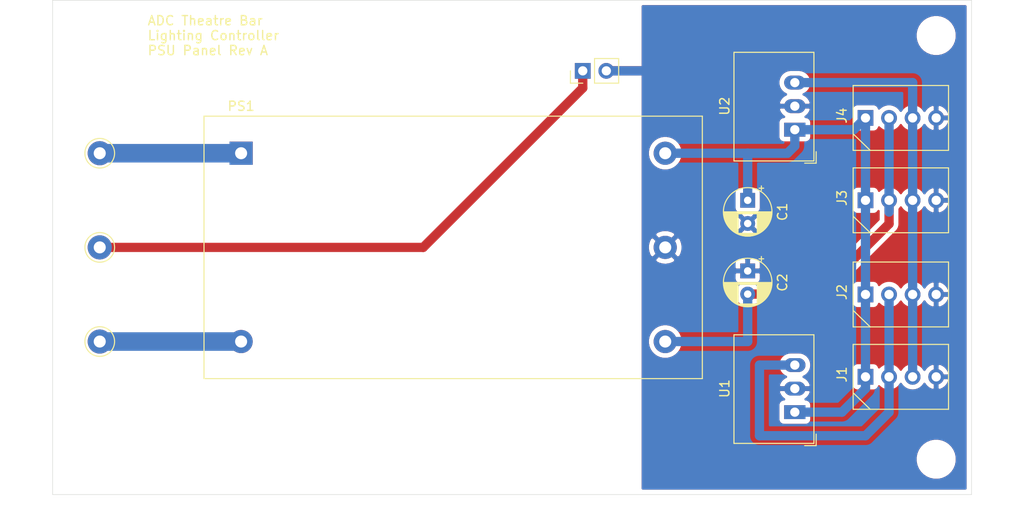
<source format=kicad_pcb>
(kicad_pcb (version 20171130) (host pcbnew "(5.1.4-0-10_14)")

  (general
    (thickness 1.6)
    (drawings 5)
    (tracks 34)
    (zones 0)
    (modules 17)
    (nets 9)
  )

  (page A4)
  (layers
    (0 F.Cu signal)
    (31 B.Cu signal)
    (32 B.Adhes user)
    (33 F.Adhes user)
    (34 B.Paste user)
    (35 F.Paste user)
    (36 B.SilkS user)
    (37 F.SilkS user)
    (38 B.Mask user)
    (39 F.Mask user)
    (40 Dwgs.User user)
    (41 Cmts.User user)
    (42 Eco1.User user)
    (43 Eco2.User user)
    (44 Edge.Cuts user)
    (45 Margin user)
    (46 B.CrtYd user)
    (47 F.CrtYd user)
    (48 B.Fab user)
    (49 F.Fab user)
  )

  (setup
    (last_trace_width 0.25)
    (user_trace_width 1)
    (user_trace_width 2)
    (trace_clearance 0.2)
    (zone_clearance 0.508)
    (zone_45_only no)
    (trace_min 0.2)
    (via_size 0.8)
    (via_drill 0.4)
    (via_min_size 0.4)
    (via_min_drill 0.3)
    (uvia_size 0.3)
    (uvia_drill 0.1)
    (uvias_allowed no)
    (uvia_min_size 0.2)
    (uvia_min_drill 0.1)
    (edge_width 0.05)
    (segment_width 0.2)
    (pcb_text_width 0.3)
    (pcb_text_size 1.5 1.5)
    (mod_edge_width 0.12)
    (mod_text_size 1 1)
    (mod_text_width 0.15)
    (pad_size 1.524 1.524)
    (pad_drill 0.762)
    (pad_to_mask_clearance 0.051)
    (solder_mask_min_width 0.25)
    (aux_axis_origin 0 0)
    (visible_elements FFFFFF7F)
    (pcbplotparams
      (layerselection 0x010f0_ffffffff)
      (usegerberextensions false)
      (usegerberattributes false)
      (usegerberadvancedattributes false)
      (creategerberjobfile false)
      (excludeedgelayer true)
      (linewidth 0.100000)
      (plotframeref false)
      (viasonmask false)
      (mode 1)
      (useauxorigin false)
      (hpglpennumber 1)
      (hpglpenspeed 20)
      (hpglpendiameter 15.000000)
      (psnegative false)
      (psa4output false)
      (plotreference true)
      (plotvalue true)
      (plotinvisibletext false)
      (padsonsilk false)
      (subtractmaskfromsilk false)
      (outputformat 1)
      (mirror false)
      (drillshape 0)
      (scaleselection 1)
      (outputdirectory "/Users/John/Desktop/psuboardgerber/"))
  )

  (net 0 "")
  (net 1 /0V)
  (net 2 /+15V)
  (net 3 /-15V)
  (net 4 /+5V)
  (net 5 /+12V)
  (net 6 "Net-(J5-Pad1)")
  (net 7 "Net-(J6-Pad1)")
  (net 8 "Net-(J7-Pad1)")

  (net_class Default "This is the default net class."
    (clearance 0.2)
    (trace_width 0.25)
    (via_dia 0.8)
    (via_drill 0.4)
    (uvia_dia 0.3)
    (uvia_drill 0.1)
    (add_net /+12V)
    (add_net /+15V)
    (add_net /+5V)
    (add_net /-15V)
    (add_net /0V)
    (add_net "Net-(J5-Pad1)")
    (add_net "Net-(J6-Pad1)")
    (add_net "Net-(J7-Pad1)")
  )

  (module MountingHole:MountingHole_3.2mm_M3 (layer F.Cu) (tedit 56D1B4CB) (tstamp 5E915ABA)
    (at 189.23 64.77)
    (descr "Mounting Hole 3.2mm, no annular, M3")
    (tags "mounting hole 3.2mm no annular m3")
    (attr virtual)
    (fp_text reference REF** (at 0 -4.2) (layer F.SilkS) hide
      (effects (font (size 1 1) (thickness 0.15)))
    )
    (fp_text value MountingHole_3.2mm_M3 (at 0 4.2) (layer F.Fab)
      (effects (font (size 1 1) (thickness 0.15)))
    )
    (fp_circle (center 0 0) (end 3.45 0) (layer F.CrtYd) (width 0.05))
    (fp_circle (center 0 0) (end 3.2 0) (layer Cmts.User) (width 0.15))
    (fp_text user %R (at 0.3 0) (layer F.Fab)
      (effects (font (size 1 1) (thickness 0.15)))
    )
    (pad 1 np_thru_hole circle (at 0 0) (size 3.2 3.2) (drill 3.2) (layers *.Cu *.Mask))
  )

  (module MountingHole:MountingHole_3.2mm_M3 (layer F.Cu) (tedit 56D1B4CB) (tstamp 5E915ABA)
    (at 189.23 110.49)
    (descr "Mounting Hole 3.2mm, no annular, M3")
    (tags "mounting hole 3.2mm no annular m3")
    (attr virtual)
    (fp_text reference REF** (at 0 -4.2) (layer F.SilkS) hide
      (effects (font (size 1 1) (thickness 0.15)))
    )
    (fp_text value MountingHole_3.2mm_M3 (at 0 4.2) (layer F.Fab)
      (effects (font (size 1 1) (thickness 0.15)))
    )
    (fp_circle (center 0 0) (end 3.45 0) (layer F.CrtYd) (width 0.05))
    (fp_circle (center 0 0) (end 3.2 0) (layer Cmts.User) (width 0.15))
    (fp_text user %R (at 0.3 0) (layer F.Fab)
      (effects (font (size 1 1) (thickness 0.15)))
    )
    (pad 1 np_thru_hole circle (at 0 0) (size 3.2 3.2) (drill 3.2) (layers *.Cu *.Mask))
  )

  (module MountingHole:MountingHole_3.2mm_M3 (layer F.Cu) (tedit 56D1B4CB) (tstamp 5E915971)
    (at 97.79 110.49)
    (descr "Mounting Hole 3.2mm, no annular, M3")
    (tags "mounting hole 3.2mm no annular m3")
    (attr virtual)
    (fp_text reference REF** (at 0 -4.2) (layer F.SilkS) hide
      (effects (font (size 1 1) (thickness 0.15)))
    )
    (fp_text value MountingHole_3.2mm_M3 (at 0 4.2) (layer F.Fab)
      (effects (font (size 1 1) (thickness 0.15)))
    )
    (fp_text user %R (at 0.3 0) (layer F.Fab)
      (effects (font (size 1 1) (thickness 0.15)))
    )
    (fp_circle (center 0 0) (end 3.2 0) (layer Cmts.User) (width 0.15))
    (fp_circle (center 0 0) (end 3.45 0) (layer F.CrtYd) (width 0.05))
    (pad 1 np_thru_hole circle (at 0 0) (size 3.2 3.2) (drill 3.2) (layers *.Cu *.Mask))
  )

  (module MountingHole:MountingHole_3.2mm_M3 (layer F.Cu) (tedit 56D1B4CB) (tstamp 5E91595B)
    (at 97.79 64.77)
    (descr "Mounting Hole 3.2mm, no annular, M3")
    (tags "mounting hole 3.2mm no annular m3")
    (attr virtual)
    (fp_text reference REF** (at 0 -4.2) (layer F.SilkS) hide
      (effects (font (size 1 1) (thickness 0.15)))
    )
    (fp_text value MountingHole_3.2mm_M3 (at 0 4.2) (layer F.Fab)
      (effects (font (size 1 1) (thickness 0.15)))
    )
    (fp_circle (center 0 0) (end 3.45 0) (layer F.CrtYd) (width 0.05))
    (fp_circle (center 0 0) (end 3.2 0) (layer Cmts.User) (width 0.15))
    (fp_text user %R (at 0.3 0) (layer F.Fab)
      (effects (font (size 1 1) (thickness 0.15)))
    )
    (pad 1 np_thru_hole circle (at 0 0) (size 3.2 3.2) (drill 3.2) (layers *.Cu *.Mask))
  )

  (module Connector_PinHeader_2.54mm:PinHeader_1x02_P2.54mm_Vertical (layer F.Cu) (tedit 59FED5CC) (tstamp 5E914840)
    (at 151.13 68.58 90)
    (descr "Through hole straight pin header, 1x02, 2.54mm pitch, single row")
    (tags "Through hole pin header THT 1x02 2.54mm single row")
    (path /5E91EE7C)
    (fp_text reference JP1 (at 0 -2.33 90) (layer F.SilkS) hide
      (effects (font (size 1 1) (thickness 0.15)))
    )
    (fp_text value "Earth Link" (at 0 4.87 90) (layer F.Fab)
      (effects (font (size 1 1) (thickness 0.15)))
    )
    (fp_text user %R (at 0 1.27) (layer F.Fab)
      (effects (font (size 1 1) (thickness 0.15)))
    )
    (fp_line (start 1.8 -1.8) (end -1.8 -1.8) (layer F.CrtYd) (width 0.05))
    (fp_line (start 1.8 4.35) (end 1.8 -1.8) (layer F.CrtYd) (width 0.05))
    (fp_line (start -1.8 4.35) (end 1.8 4.35) (layer F.CrtYd) (width 0.05))
    (fp_line (start -1.8 -1.8) (end -1.8 4.35) (layer F.CrtYd) (width 0.05))
    (fp_line (start -1.33 -1.33) (end 0 -1.33) (layer F.SilkS) (width 0.12))
    (fp_line (start -1.33 0) (end -1.33 -1.33) (layer F.SilkS) (width 0.12))
    (fp_line (start -1.33 1.27) (end 1.33 1.27) (layer F.SilkS) (width 0.12))
    (fp_line (start 1.33 1.27) (end 1.33 3.87) (layer F.SilkS) (width 0.12))
    (fp_line (start -1.33 1.27) (end -1.33 3.87) (layer F.SilkS) (width 0.12))
    (fp_line (start -1.33 3.87) (end 1.33 3.87) (layer F.SilkS) (width 0.12))
    (fp_line (start -1.27 -0.635) (end -0.635 -1.27) (layer F.Fab) (width 0.1))
    (fp_line (start -1.27 3.81) (end -1.27 -0.635) (layer F.Fab) (width 0.1))
    (fp_line (start 1.27 3.81) (end -1.27 3.81) (layer F.Fab) (width 0.1))
    (fp_line (start 1.27 -1.27) (end 1.27 3.81) (layer F.Fab) (width 0.1))
    (fp_line (start -0.635 -1.27) (end 1.27 -1.27) (layer F.Fab) (width 0.1))
    (pad 2 thru_hole oval (at 0 2.54 90) (size 1.7 1.7) (drill 1) (layers *.Cu *.Mask)
      (net 1 /0V))
    (pad 1 thru_hole rect (at 0 0 90) (size 1.7 1.7) (drill 1) (layers *.Cu *.Mask)
      (net 8 "Net-(J7-Pad1)"))
    (model ${KISYS3DMOD}/Connector_PinHeader_2.54mm.3dshapes/PinHeader_1x02_P2.54mm_Vertical.wrl
      (at (xyz 0 0 0))
      (scale (xyz 1 1 1))
      (rotate (xyz 0 0 0))
    )
  )

  (module Connector_Pin:Pin_D1.3mm_L11.0mm (layer F.Cu) (tedit 5A1DC085) (tstamp 5E91482A)
    (at 99.06 87.63)
    (descr "solder Pin_ diameter 1.3mm, hole diameter 1.3mm, length 11.0mm")
    (tags "solder Pin_ pressfit")
    (path /5E91DB0C)
    (fp_text reference J7 (at 0 2.4) (layer F.SilkS) hide
      (effects (font (size 1 1) (thickness 0.15)))
    )
    (fp_text value Earth (at 0 -2.05) (layer F.Fab)
      (effects (font (size 1 1) (thickness 0.15)))
    )
    (fp_circle (center 0 0) (end 1.6 0.05) (layer F.SilkS) (width 0.12))
    (fp_circle (center 0 0) (end 1.25 -0.05) (layer F.Fab) (width 0.12))
    (fp_circle (center 0 0) (end 0.65 -0.05) (layer F.Fab) (width 0.12))
    (fp_circle (center 0 0) (end 1.8 0) (layer F.CrtYd) (width 0.05))
    (fp_text user %R (at 0 2.4) (layer F.Fab) hide
      (effects (font (size 1 1) (thickness 0.15)))
    )
    (pad 1 thru_hole circle (at 0 0) (size 2.6 2.6) (drill 1.3) (layers *.Cu *.Mask)
      (net 8 "Net-(J7-Pad1)"))
    (model ${KISYS3DMOD}/Connector_Pin.3dshapes/Pin_D1.3mm_L11.0mm.wrl
      (at (xyz 0 0 0))
      (scale (xyz 1 1 1))
      (rotate (xyz 0 0 0))
    )
  )

  (module Connector_PinHeader_2.54mm:Molex_KK254_1x04Vertical (layer F.Cu) (tedit 5E24D22B) (tstamp 5E91480E)
    (at 181.61 73.66 90)
    (descr "Through hole straight pin header, 1x05, 2.54mm pitch, single row")
    (tags "Through hole pin header THT 1x05 2.54mm single row")
    (path /5E927E9A)
    (fp_text reference J4 (at 0.254 -2.54 90) (layer F.SilkS)
      (effects (font (size 1 1) (thickness 0.15)))
    )
    (fp_text value "Aux 2" (at 0 10.15 90) (layer F.Fab)
      (effects (font (size 1 1) (thickness 0.15)))
    )
    (fp_text user %R (at 0 5.08) (layer F.Fab)
      (effects (font (size 1 1) (thickness 0.15)))
    )
    (fp_line (start 3.18 -1.19) (end -3.18 -1.19) (layer F.CrtYd) (width 0.05))
    (fp_line (start 3.18 8.82) (end 3.18 -1.19) (layer F.CrtYd) (width 0.05))
    (fp_line (start -3.18 8.82) (end 3.18 8.82) (layer F.CrtYd) (width 0.05))
    (fp_line (start -3.18 -1.19) (end -3.18 8.82) (layer F.CrtYd) (width 0.05))
    (fp_line (start -3.5 -1.33) (end 3.5 -1.33) (layer F.SilkS) (width 0.12))
    (fp_line (start -3.5 0.508) (end -1.778 -1.27) (layer F.SilkS) (width 0.12))
    (fp_line (start 3.5 -1.33) (end 3.5 8.95) (layer F.SilkS) (width 0.12))
    (fp_line (start -3.5 -1.33) (end -3.5 8.95) (layer F.SilkS) (width 0.12))
    (fp_line (start -3.5 8.95) (end 3.5 8.95) (layer F.SilkS) (width 0.12))
    (fp_line (start -1.27 -0.635) (end -0.635 -1.27) (layer F.Fab) (width 0.1))
    (fp_line (start -1.27 8.89) (end -1.27 -0.635) (layer F.Fab) (width 0.1))
    (fp_line (start 1.27 8.89) (end -1.27 8.89) (layer F.Fab) (width 0.1))
    (fp_line (start 1.27 -1.27) (end 1.27 8.89) (layer F.Fab) (width 0.1))
    (fp_line (start -0.635 -1.27) (end 1.27 -1.27) (layer F.Fab) (width 0.1))
    (pad 4 thru_hole oval (at 0 7.62 90) (size 1.7 1.7) (drill 1) (layers *.Cu *.Mask)
      (net 1 /0V))
    (pad 3 thru_hole oval (at 0 5.08 90) (size 1.7 1.7) (drill 1) (layers *.Cu *.Mask)
      (net 4 /+5V))
    (pad 2 thru_hole oval (at 0 2.54 90) (size 1.7 1.7) (drill 1) (layers *.Cu *.Mask)
      (net 3 /-15V))
    (pad 1 thru_hole rect (at 0 0 90) (size 1.7 1.7) (drill 1) (layers *.Cu *.Mask)
      (net 2 /+15V))
    (model ${KISYS3DMOD}/Connector_PinHeader_2.54mm.3dshapes/PinHeader_1x04_P2.54mm_Vertical.wrl
      (at (xyz 0 0 0))
      (scale (xyz 1 1 1))
      (rotate (xyz 0 0 0))
    )
  )

  (module Connector_PinHeader_2.54mm:Molex_KK254_1x04Vertical (layer F.Cu) (tedit 5E24D22B) (tstamp 5E9147F7)
    (at 181.61 92.71 90)
    (descr "Through hole straight pin header, 1x05, 2.54mm pitch, single row")
    (tags "Through hole pin header THT 1x05 2.54mm single row")
    (path /5E927E94)
    (fp_text reference J2 (at 0.254 -2.54 90) (layer F.SilkS)
      (effects (font (size 1 1) (thickness 0.15)))
    )
    (fp_text value "Aux 1" (at 0 10.15 90) (layer F.Fab)
      (effects (font (size 1 1) (thickness 0.15)))
    )
    (fp_text user %R (at 0 5.08) (layer F.Fab)
      (effects (font (size 1 1) (thickness 0.15)))
    )
    (fp_line (start 3.18 -1.19) (end -3.18 -1.19) (layer F.CrtYd) (width 0.05))
    (fp_line (start 3.18 8.82) (end 3.18 -1.19) (layer F.CrtYd) (width 0.05))
    (fp_line (start -3.18 8.82) (end 3.18 8.82) (layer F.CrtYd) (width 0.05))
    (fp_line (start -3.18 -1.19) (end -3.18 8.82) (layer F.CrtYd) (width 0.05))
    (fp_line (start -3.5 -1.33) (end 3.5 -1.33) (layer F.SilkS) (width 0.12))
    (fp_line (start -3.5 0.508) (end -1.778 -1.27) (layer F.SilkS) (width 0.12))
    (fp_line (start 3.5 -1.33) (end 3.5 8.95) (layer F.SilkS) (width 0.12))
    (fp_line (start -3.5 -1.33) (end -3.5 8.95) (layer F.SilkS) (width 0.12))
    (fp_line (start -3.5 8.95) (end 3.5 8.95) (layer F.SilkS) (width 0.12))
    (fp_line (start -1.27 -0.635) (end -0.635 -1.27) (layer F.Fab) (width 0.1))
    (fp_line (start -1.27 8.89) (end -1.27 -0.635) (layer F.Fab) (width 0.1))
    (fp_line (start 1.27 8.89) (end -1.27 8.89) (layer F.Fab) (width 0.1))
    (fp_line (start 1.27 -1.27) (end 1.27 8.89) (layer F.Fab) (width 0.1))
    (fp_line (start -0.635 -1.27) (end 1.27 -1.27) (layer F.Fab) (width 0.1))
    (pad 4 thru_hole oval (at 0 7.62 90) (size 1.7 1.7) (drill 1) (layers *.Cu *.Mask)
      (net 1 /0V))
    (pad 3 thru_hole oval (at 0 5.08 90) (size 1.7 1.7) (drill 1) (layers *.Cu *.Mask)
      (net 4 /+5V))
    (pad 2 thru_hole oval (at 0 2.54 90) (size 1.7 1.7) (drill 1) (layers *.Cu *.Mask)
      (net 5 /+12V))
    (pad 1 thru_hole rect (at 0 0 90) (size 1.7 1.7) (drill 1) (layers *.Cu *.Mask)
      (net 2 /+15V))
    (model ${KISYS3DMOD}/Connector_PinHeader_2.54mm.3dshapes/PinHeader_1x04_P2.54mm_Vertical.wrl
      (at (xyz 0 0 0))
      (scale (xyz 1 1 1))
      (rotate (xyz 0 0 0))
    )
  )

  (module Converter_ACDC:Converter_ACDC_RECOM_RAC10-150K (layer F.Cu) (tedit 5E90DC46) (tstamp 5E911919)
    (at 114.3 77.47)
    (tags "recom power ac dc")
    (path /5E884AB8)
    (fp_text reference PS1 (at 0 -5.08 180) (layer F.SilkS)
      (effects (font (size 1 1) (thickness 0.15)))
    )
    (fp_text value RAC10-15DK_277 (at 22.86 22.86 180) (layer F.Fab)
      (effects (font (size 1 1) (thickness 0.15)))
    )
    (fp_line (start -3.81 24.13) (end -3.81 -3.81) (layer F.Fab) (width 0.12))
    (fp_line (start 49.53 24.13) (end -3.81 24.13) (layer F.Fab) (width 0.12))
    (fp_line (start 49.53 -3.81) (end 49.53 24.13) (layer F.Fab) (width 0.12))
    (fp_line (start -3.81 -3.81) (end 49.53 -3.81) (layer F.Fab) (width 0.12))
    (fp_line (start -3.81 24.13) (end -3.81 -3.81) (layer F.CrtYd) (width 0.12))
    (fp_line (start 49.53 24.13) (end -3.81 24.13) (layer F.CrtYd) (width 0.12))
    (fp_line (start 49.53 -3.81) (end 49.53 24.13) (layer F.CrtYd) (width 0.12))
    (fp_line (start -3.81 -3.81) (end 49.53 -3.81) (layer F.CrtYd) (width 0.12))
    (fp_line (start 49.72 24.32) (end -4 24.32) (layer F.SilkS) (width 0.12))
    (fp_line (start -4 -4) (end 49.72 -4) (layer F.SilkS) (width 0.12))
    (fp_line (start 49.72 -4) (end 49.72 24.32) (layer F.SilkS) (width 0.12))
    (fp_line (start -4 -4) (end -4 24.32) (layer F.SilkS) (width 0.12))
    (fp_text user %R (at 22.86 10.16) (layer F.Fab)
      (effects (font (size 1.5 1.5) (thickness 0.15)))
    )
    (pad 3 thru_hole circle (at 45.72 20.32 180) (size 2.5 2.5) (drill 1.3) (layers *.Cu *.Mask)
      (net 3 /-15V))
    (pad 1 thru_hole rect (at 0 0 180) (size 2.5 2.5) (drill 1.3) (layers *.Cu *.Mask)
      (net 6 "Net-(J5-Pad1)"))
    (pad 2 thru_hole circle (at 0 20.32 180) (size 2.5 2.5) (drill 1.3) (layers *.Cu *.Mask)
      (net 7 "Net-(J6-Pad1)"))
    (pad 4 thru_hole circle (at 45.72 10.16 180) (size 2.5 2.5) (drill 1.3) (layers *.Cu *.Mask)
      (net 1 /0V))
    (pad 5 thru_hole circle (at 45.72 0 180) (size 2.5 2.5) (drill 1.3) (layers *.Cu *.Mask)
      (net 2 /+15V))
  )

  (module Converter_DCDC:Converter_DCDC_RECOM_R-78E-0.5_THT (layer F.Cu) (tedit 5B741BB0) (tstamp 5E911947)
    (at 173.99 74.93 90)
    (descr "DCDC-Converter, RECOM, RECOM_R-78E-0.5, SIP-3, pitch 2.54mm, package size 11.6x8.5x10.4mm^3, https://www.recom-power.com/pdf/Innoline/R-78Exx-0.5.pdf")
    (tags "dc-dc recom buck sip-3 pitch 2.54mm")
    (path /5E87D152)
    (fp_text reference U2 (at 2.54 -7.56 90) (layer F.SilkS)
      (effects (font (size 1 1) (thickness 0.15)))
    )
    (fp_text value R-78E5.0-0.5 (at 2.54 3 270) (layer F.Fab)
      (effects (font (size 1 1) (thickness 0.15)))
    )
    (fp_text user %R (at 2.54 -2.25 90) (layer F.Fab)
      (effects (font (size 1 1) (thickness 0.15)))
    )
    (fp_line (start 8.54 -6.75) (end -3.57 -6.75) (layer F.CrtYd) (width 0.05))
    (fp_line (start 8.54 2.25) (end 8.54 -6.75) (layer F.CrtYd) (width 0.05))
    (fp_line (start -3.57 2.25) (end 8.54 2.25) (layer F.CrtYd) (width 0.05))
    (fp_line (start -3.57 -6.75) (end -3.57 2.25) (layer F.CrtYd) (width 0.05))
    (fp_line (start -3.611 2.3) (end -2.371 2.3) (layer F.SilkS) (width 0.12))
    (fp_line (start -3.611 1.06) (end -3.611 2.3) (layer F.SilkS) (width 0.12))
    (fp_line (start 8.35 -6.56) (end 8.35 2.06) (layer F.SilkS) (width 0.12))
    (fp_line (start -3.371 -6.56) (end -3.371 2.06) (layer F.SilkS) (width 0.12))
    (fp_line (start -3.371 2.06) (end 8.35 2.06) (layer F.SilkS) (width 0.12))
    (fp_line (start -3.371 -6.56) (end 8.35 -6.56) (layer F.SilkS) (width 0.12))
    (fp_line (start -3.31 1) (end -3.31 -6.5) (layer F.Fab) (width 0.1))
    (fp_line (start -2.31 2) (end -3.31 1) (layer F.Fab) (width 0.1))
    (fp_line (start 8.29 2) (end -2.31 2) (layer F.Fab) (width 0.1))
    (fp_line (start 8.29 -6.5) (end 8.29 2) (layer F.Fab) (width 0.1))
    (fp_line (start -3.31 -6.5) (end 8.29 -6.5) (layer F.Fab) (width 0.1))
    (pad 3 thru_hole oval (at 5.08 0 90) (size 1.5 2.3) (drill 1) (layers *.Cu *.Mask)
      (net 4 /+5V))
    (pad 2 thru_hole oval (at 2.54 0 90) (size 1.5 2.3) (drill 1) (layers *.Cu *.Mask)
      (net 1 /0V))
    (pad 1 thru_hole rect (at 0 0 90) (size 1.5 2.3) (drill 1) (layers *.Cu *.Mask)
      (net 2 /+15V))
    (model ${KISYS3DMOD}/Converter_DCDC.3dshapes/Converter_DCDC_RECOM_R-78E-0.5_THT.wrl
      (at (xyz 0 0 0))
      (scale (xyz 1 1 1))
      (rotate (xyz 0 0 0))
    )
  )

  (module Converter_DCDC:Converter_DCDC_RECOM_R-78E-0.5_THT (layer F.Cu) (tedit 5B741BB0) (tstamp 5E911930)
    (at 173.99 105.41 90)
    (descr "DCDC-Converter, RECOM, RECOM_R-78E-0.5, SIP-3, pitch 2.54mm, package size 11.6x8.5x10.4mm^3, https://www.recom-power.com/pdf/Innoline/R-78Exx-0.5.pdf")
    (tags "dc-dc recom buck sip-3 pitch 2.54mm")
    (path /5E87E7D0)
    (fp_text reference U1 (at 2.54 -7.56 90) (layer F.SilkS)
      (effects (font (size 1 1) (thickness 0.15)))
    )
    (fp_text value R-78E12-0.5 (at 2.54 3 90) (layer F.Fab)
      (effects (font (size 1 1) (thickness 0.15)))
    )
    (fp_text user %R (at 2.54 -2.25 90) (layer F.Fab)
      (effects (font (size 1 1) (thickness 0.15)))
    )
    (fp_line (start 8.54 -6.75) (end -3.57 -6.75) (layer F.CrtYd) (width 0.05))
    (fp_line (start 8.54 2.25) (end 8.54 -6.75) (layer F.CrtYd) (width 0.05))
    (fp_line (start -3.57 2.25) (end 8.54 2.25) (layer F.CrtYd) (width 0.05))
    (fp_line (start -3.57 -6.75) (end -3.57 2.25) (layer F.CrtYd) (width 0.05))
    (fp_line (start -3.611 2.3) (end -2.371 2.3) (layer F.SilkS) (width 0.12))
    (fp_line (start -3.611 1.06) (end -3.611 2.3) (layer F.SilkS) (width 0.12))
    (fp_line (start 8.35 -6.56) (end 8.35 2.06) (layer F.SilkS) (width 0.12))
    (fp_line (start -3.371 -6.56) (end -3.371 2.06) (layer F.SilkS) (width 0.12))
    (fp_line (start -3.371 2.06) (end 8.35 2.06) (layer F.SilkS) (width 0.12))
    (fp_line (start -3.371 -6.56) (end 8.35 -6.56) (layer F.SilkS) (width 0.12))
    (fp_line (start -3.31 1) (end -3.31 -6.5) (layer F.Fab) (width 0.1))
    (fp_line (start -2.31 2) (end -3.31 1) (layer F.Fab) (width 0.1))
    (fp_line (start 8.29 2) (end -2.31 2) (layer F.Fab) (width 0.1))
    (fp_line (start 8.29 -6.5) (end 8.29 2) (layer F.Fab) (width 0.1))
    (fp_line (start -3.31 -6.5) (end 8.29 -6.5) (layer F.Fab) (width 0.1))
    (pad 3 thru_hole oval (at 5.08 0 90) (size 1.5 2.3) (drill 1) (layers *.Cu *.Mask)
      (net 5 /+12V))
    (pad 2 thru_hole oval (at 2.54 0 90) (size 1.5 2.3) (drill 1) (layers *.Cu *.Mask)
      (net 1 /0V))
    (pad 1 thru_hole rect (at 0 0 90) (size 1.5 2.3) (drill 1) (layers *.Cu *.Mask)
      (net 2 /+15V))
    (model ${KISYS3DMOD}/Converter_DCDC.3dshapes/Converter_DCDC_RECOM_R-78E-0.5_THT.wrl
      (at (xyz 0 0 0))
      (scale (xyz 1 1 1))
      (rotate (xyz 0 0 0))
    )
  )

  (module Connector_Pin:Pin_D1.3mm_L11.0mm (layer F.Cu) (tedit 5A1DC085) (tstamp 5E911903)
    (at 99.06 97.79)
    (descr "solder Pin_ diameter 1.3mm, hole diameter 1.3mm, length 11.0mm")
    (tags "solder Pin_ pressfit")
    (path /5E912A57)
    (fp_text reference J6 (at 0 2.4) (layer F.SilkS) hide
      (effects (font (size 1 1) (thickness 0.15)))
    )
    (fp_text value "Neutral In" (at 0 -2.05) (layer F.Fab)
      (effects (font (size 1 1) (thickness 0.15)))
    )
    (fp_circle (center 0 0) (end 1.6 0.05) (layer F.SilkS) (width 0.12))
    (fp_circle (center 0 0) (end 1.25 -0.05) (layer F.Fab) (width 0.12))
    (fp_circle (center 0 0) (end 0.65 -0.05) (layer F.Fab) (width 0.12))
    (fp_circle (center 0 0) (end 1.8 0) (layer F.CrtYd) (width 0.05))
    (fp_text user %R (at 0 2.4) (layer F.Fab) hide
      (effects (font (size 1 1) (thickness 0.15)))
    )
    (pad 1 thru_hole circle (at 0 0) (size 2.6 2.6) (drill 1.3) (layers *.Cu *.Mask)
      (net 7 "Net-(J6-Pad1)"))
    (model ${KISYS3DMOD}/Connector_Pin.3dshapes/Pin_D1.3mm_L11.0mm.wrl
      (at (xyz 0 0 0))
      (scale (xyz 1 1 1))
      (rotate (xyz 0 0 0))
    )
  )

  (module Connector_Pin:Pin_D1.3mm_L11.0mm (layer F.Cu) (tedit 5A1DC085) (tstamp 5E9118F9)
    (at 99.06 77.47)
    (descr "solder Pin_ diameter 1.3mm, hole diameter 1.3mm, length 11.0mm")
    (tags "solder Pin_ pressfit")
    (path /5E9124DB)
    (fp_text reference J5 (at 0 2.4) (layer F.SilkS) hide
      (effects (font (size 1 1) (thickness 0.15)))
    )
    (fp_text value "Live In" (at 0 -2.05) (layer F.Fab)
      (effects (font (size 1 1) (thickness 0.15)))
    )
    (fp_circle (center 0 0) (end 1.6 0.05) (layer F.SilkS) (width 0.12))
    (fp_circle (center 0 0) (end 1.25 -0.05) (layer F.Fab) (width 0.12))
    (fp_circle (center 0 0) (end 0.65 -0.05) (layer F.Fab) (width 0.12))
    (fp_circle (center 0 0) (end 1.8 0) (layer F.CrtYd) (width 0.05))
    (pad 1 thru_hole circle (at 0 0) (size 2.6 2.6) (drill 1.3) (layers *.Cu *.Mask)
      (net 6 "Net-(J5-Pad1)"))
    (model ${KISYS3DMOD}/Connector_Pin.3dshapes/Pin_D1.3mm_L11.0mm.wrl
      (at (xyz 0 0 0))
      (scale (xyz 1 1 1))
      (rotate (xyz 0 0 0))
    )
  )

  (module Connector_PinHeader_2.54mm:Molex_KK254_1x04Vertical (layer F.Cu) (tedit 5E24D22B) (tstamp 5E9118EF)
    (at 181.61 82.55 90)
    (descr "Through hole straight pin header, 1x05, 2.54mm pitch, single row")
    (tags "Through hole pin header THT 1x05 2.54mm single row")
    (path /5E90DC71)
    (fp_text reference J3 (at 0.254 -2.54 90) (layer F.SilkS)
      (effects (font (size 1 1) (thickness 0.15)))
    )
    (fp_text value "Sound To Light connector" (at 0 10.15 90) (layer F.Fab)
      (effects (font (size 1 1) (thickness 0.15)))
    )
    (fp_text user %R (at 0 5.08) (layer F.Fab)
      (effects (font (size 1 1) (thickness 0.15)))
    )
    (fp_line (start 3.18 -1.19) (end -3.18 -1.19) (layer F.CrtYd) (width 0.05))
    (fp_line (start 3.18 8.82) (end 3.18 -1.19) (layer F.CrtYd) (width 0.05))
    (fp_line (start -3.18 8.82) (end 3.18 8.82) (layer F.CrtYd) (width 0.05))
    (fp_line (start -3.18 -1.19) (end -3.18 8.82) (layer F.CrtYd) (width 0.05))
    (fp_line (start -3.5 -1.33) (end 3.5 -1.33) (layer F.SilkS) (width 0.12))
    (fp_line (start -3.5 0.508) (end -1.778 -1.27) (layer F.SilkS) (width 0.12))
    (fp_line (start 3.5 -1.33) (end 3.5 8.95) (layer F.SilkS) (width 0.12))
    (fp_line (start -3.5 -1.33) (end -3.5 8.95) (layer F.SilkS) (width 0.12))
    (fp_line (start -3.5 8.95) (end 3.5 8.95) (layer F.SilkS) (width 0.12))
    (fp_line (start -1.27 -0.635) (end -0.635 -1.27) (layer F.Fab) (width 0.1))
    (fp_line (start -1.27 8.89) (end -1.27 -0.635) (layer F.Fab) (width 0.1))
    (fp_line (start 1.27 8.89) (end -1.27 8.89) (layer F.Fab) (width 0.1))
    (fp_line (start 1.27 -1.27) (end 1.27 8.89) (layer F.Fab) (width 0.1))
    (fp_line (start -0.635 -1.27) (end 1.27 -1.27) (layer F.Fab) (width 0.1))
    (pad 4 thru_hole oval (at 0 7.62 90) (size 1.7 1.7) (drill 1) (layers *.Cu *.Mask)
      (net 1 /0V))
    (pad 3 thru_hole oval (at 0 5.08 90) (size 1.7 1.7) (drill 1) (layers *.Cu *.Mask)
      (net 4 /+5V))
    (pad 2 thru_hole oval (at 0 2.54 90) (size 1.7 1.7) (drill 1) (layers *.Cu *.Mask)
      (net 3 /-15V))
    (pad 1 thru_hole rect (at 0 0 90) (size 1.7 1.7) (drill 1) (layers *.Cu *.Mask)
      (net 2 /+15V))
    (model ${KISYS3DMOD}/Connector_PinHeader_2.54mm.3dshapes/PinHeader_1x04_P2.54mm_Vertical.wrl
      (at (xyz 0 0 0))
      (scale (xyz 1 1 1))
      (rotate (xyz 0 0 0))
    )
  )

  (module Connector_PinHeader_2.54mm:Molex_KK254_1x04Vertical (layer F.Cu) (tedit 5E24D22B) (tstamp 5E911BE9)
    (at 181.61 101.6 90)
    (descr "Through hole straight pin header, 1x05, 2.54mm pitch, single row")
    (tags "Through hole pin header THT 1x05 2.54mm single row")
    (path /5E90D5DB)
    (fp_text reference J1 (at 0.254 -2.54 90) (layer F.SilkS)
      (effects (font (size 1 1) (thickness 0.15)))
    )
    (fp_text value "Motherboard connector" (at 0 10.15 90) (layer F.Fab)
      (effects (font (size 1 1) (thickness 0.15)))
    )
    (fp_text user %R (at 0 5.08) (layer F.Fab)
      (effects (font (size 1 1) (thickness 0.15)))
    )
    (fp_line (start 3.18 -1.19) (end -3.18 -1.19) (layer F.CrtYd) (width 0.05))
    (fp_line (start 3.18 8.82) (end 3.18 -1.19) (layer F.CrtYd) (width 0.05))
    (fp_line (start -3.18 8.82) (end 3.18 8.82) (layer F.CrtYd) (width 0.05))
    (fp_line (start -3.18 -1.19) (end -3.18 8.82) (layer F.CrtYd) (width 0.05))
    (fp_line (start -3.5 -1.33) (end 3.5 -1.33) (layer F.SilkS) (width 0.12))
    (fp_line (start -3.5 0.508) (end -1.778 -1.27) (layer F.SilkS) (width 0.12))
    (fp_line (start 3.5 -1.33) (end 3.5 8.95) (layer F.SilkS) (width 0.12))
    (fp_line (start -3.5 -1.33) (end -3.5 8.95) (layer F.SilkS) (width 0.12))
    (fp_line (start -3.5 8.95) (end 3.5 8.95) (layer F.SilkS) (width 0.12))
    (fp_line (start -1.27 -0.635) (end -0.635 -1.27) (layer F.Fab) (width 0.1))
    (fp_line (start -1.27 8.89) (end -1.27 -0.635) (layer F.Fab) (width 0.1))
    (fp_line (start 1.27 8.89) (end -1.27 8.89) (layer F.Fab) (width 0.1))
    (fp_line (start 1.27 -1.27) (end 1.27 8.89) (layer F.Fab) (width 0.1))
    (fp_line (start -0.635 -1.27) (end 1.27 -1.27) (layer F.Fab) (width 0.1))
    (pad 4 thru_hole oval (at 0 7.62 90) (size 1.7 1.7) (drill 1) (layers *.Cu *.Mask)
      (net 1 /0V))
    (pad 3 thru_hole oval (at 0 5.08 90) (size 1.7 1.7) (drill 1) (layers *.Cu *.Mask)
      (net 4 /+5V))
    (pad 2 thru_hole oval (at 0 2.54 90) (size 1.7 1.7) (drill 1) (layers *.Cu *.Mask)
      (net 5 /+12V))
    (pad 1 thru_hole rect (at 0 0 90) (size 1.7 1.7) (drill 1) (layers *.Cu *.Mask)
      (net 2 /+15V))
    (model ${KISYS3DMOD}/Connector_PinHeader_2.54mm.3dshapes/PinHeader_1x04_P2.54mm_Vertical.wrl
      (at (xyz 0 0 0))
      (scale (xyz 1 1 1))
      (rotate (xyz 0 0 0))
    )
  )

  (module Capacitor_THT:CP_Radial_D5.0mm_P2.50mm (layer F.Cu) (tedit 5AE50EF0) (tstamp 5E9118C1)
    (at 168.91 90.17 270)
    (descr "CP, Radial series, Radial, pin pitch=2.50mm, , diameter=5mm, Electrolytic Capacitor")
    (tags "CP Radial series Radial pin pitch 2.50mm  diameter 5mm Electrolytic Capacitor")
    (path /5E888D30)
    (fp_text reference C2 (at 1.25 -3.75 90) (layer F.SilkS)
      (effects (font (size 1 1) (thickness 0.15)))
    )
    (fp_text value 10uF (at 1.25 3.75 90) (layer F.Fab)
      (effects (font (size 1 1) (thickness 0.15)))
    )
    (fp_text user %R (at 1.25 0.04 270) (layer F.Fab)
      (effects (font (size 1 1) (thickness 0.15)))
    )
    (fp_line (start -1.304775 -1.725) (end -1.304775 -1.225) (layer F.SilkS) (width 0.12))
    (fp_line (start -1.554775 -1.475) (end -1.054775 -1.475) (layer F.SilkS) (width 0.12))
    (fp_line (start 3.851 -0.284) (end 3.851 0.284) (layer F.SilkS) (width 0.12))
    (fp_line (start 3.811 -0.518) (end 3.811 0.518) (layer F.SilkS) (width 0.12))
    (fp_line (start 3.771 -0.677) (end 3.771 0.677) (layer F.SilkS) (width 0.12))
    (fp_line (start 3.731 -0.805) (end 3.731 0.805) (layer F.SilkS) (width 0.12))
    (fp_line (start 3.691 -0.915) (end 3.691 0.915) (layer F.SilkS) (width 0.12))
    (fp_line (start 3.651 -1.011) (end 3.651 1.011) (layer F.SilkS) (width 0.12))
    (fp_line (start 3.611 -1.098) (end 3.611 1.098) (layer F.SilkS) (width 0.12))
    (fp_line (start 3.571 -1.178) (end 3.571 1.178) (layer F.SilkS) (width 0.12))
    (fp_line (start 3.531 1.04) (end 3.531 1.251) (layer F.SilkS) (width 0.12))
    (fp_line (start 3.531 -1.251) (end 3.531 -1.04) (layer F.SilkS) (width 0.12))
    (fp_line (start 3.491 1.04) (end 3.491 1.319) (layer F.SilkS) (width 0.12))
    (fp_line (start 3.491 -1.319) (end 3.491 -1.04) (layer F.SilkS) (width 0.12))
    (fp_line (start 3.451 1.04) (end 3.451 1.383) (layer F.SilkS) (width 0.12))
    (fp_line (start 3.451 -1.383) (end 3.451 -1.04) (layer F.SilkS) (width 0.12))
    (fp_line (start 3.411 1.04) (end 3.411 1.443) (layer F.SilkS) (width 0.12))
    (fp_line (start 3.411 -1.443) (end 3.411 -1.04) (layer F.SilkS) (width 0.12))
    (fp_line (start 3.371 1.04) (end 3.371 1.5) (layer F.SilkS) (width 0.12))
    (fp_line (start 3.371 -1.5) (end 3.371 -1.04) (layer F.SilkS) (width 0.12))
    (fp_line (start 3.331 1.04) (end 3.331 1.554) (layer F.SilkS) (width 0.12))
    (fp_line (start 3.331 -1.554) (end 3.331 -1.04) (layer F.SilkS) (width 0.12))
    (fp_line (start 3.291 1.04) (end 3.291 1.605) (layer F.SilkS) (width 0.12))
    (fp_line (start 3.291 -1.605) (end 3.291 -1.04) (layer F.SilkS) (width 0.12))
    (fp_line (start 3.251 1.04) (end 3.251 1.653) (layer F.SilkS) (width 0.12))
    (fp_line (start 3.251 -1.653) (end 3.251 -1.04) (layer F.SilkS) (width 0.12))
    (fp_line (start 3.211 1.04) (end 3.211 1.699) (layer F.SilkS) (width 0.12))
    (fp_line (start 3.211 -1.699) (end 3.211 -1.04) (layer F.SilkS) (width 0.12))
    (fp_line (start 3.171 1.04) (end 3.171 1.743) (layer F.SilkS) (width 0.12))
    (fp_line (start 3.171 -1.743) (end 3.171 -1.04) (layer F.SilkS) (width 0.12))
    (fp_line (start 3.131 1.04) (end 3.131 1.785) (layer F.SilkS) (width 0.12))
    (fp_line (start 3.131 -1.785) (end 3.131 -1.04) (layer F.SilkS) (width 0.12))
    (fp_line (start 3.091 1.04) (end 3.091 1.826) (layer F.SilkS) (width 0.12))
    (fp_line (start 3.091 -1.826) (end 3.091 -1.04) (layer F.SilkS) (width 0.12))
    (fp_line (start 3.051 1.04) (end 3.051 1.864) (layer F.SilkS) (width 0.12))
    (fp_line (start 3.051 -1.864) (end 3.051 -1.04) (layer F.SilkS) (width 0.12))
    (fp_line (start 3.011 1.04) (end 3.011 1.901) (layer F.SilkS) (width 0.12))
    (fp_line (start 3.011 -1.901) (end 3.011 -1.04) (layer F.SilkS) (width 0.12))
    (fp_line (start 2.971 1.04) (end 2.971 1.937) (layer F.SilkS) (width 0.12))
    (fp_line (start 2.971 -1.937) (end 2.971 -1.04) (layer F.SilkS) (width 0.12))
    (fp_line (start 2.931 1.04) (end 2.931 1.971) (layer F.SilkS) (width 0.12))
    (fp_line (start 2.931 -1.971) (end 2.931 -1.04) (layer F.SilkS) (width 0.12))
    (fp_line (start 2.891 1.04) (end 2.891 2.004) (layer F.SilkS) (width 0.12))
    (fp_line (start 2.891 -2.004) (end 2.891 -1.04) (layer F.SilkS) (width 0.12))
    (fp_line (start 2.851 1.04) (end 2.851 2.035) (layer F.SilkS) (width 0.12))
    (fp_line (start 2.851 -2.035) (end 2.851 -1.04) (layer F.SilkS) (width 0.12))
    (fp_line (start 2.811 1.04) (end 2.811 2.065) (layer F.SilkS) (width 0.12))
    (fp_line (start 2.811 -2.065) (end 2.811 -1.04) (layer F.SilkS) (width 0.12))
    (fp_line (start 2.771 1.04) (end 2.771 2.095) (layer F.SilkS) (width 0.12))
    (fp_line (start 2.771 -2.095) (end 2.771 -1.04) (layer F.SilkS) (width 0.12))
    (fp_line (start 2.731 1.04) (end 2.731 2.122) (layer F.SilkS) (width 0.12))
    (fp_line (start 2.731 -2.122) (end 2.731 -1.04) (layer F.SilkS) (width 0.12))
    (fp_line (start 2.691 1.04) (end 2.691 2.149) (layer F.SilkS) (width 0.12))
    (fp_line (start 2.691 -2.149) (end 2.691 -1.04) (layer F.SilkS) (width 0.12))
    (fp_line (start 2.651 1.04) (end 2.651 2.175) (layer F.SilkS) (width 0.12))
    (fp_line (start 2.651 -2.175) (end 2.651 -1.04) (layer F.SilkS) (width 0.12))
    (fp_line (start 2.611 1.04) (end 2.611 2.2) (layer F.SilkS) (width 0.12))
    (fp_line (start 2.611 -2.2) (end 2.611 -1.04) (layer F.SilkS) (width 0.12))
    (fp_line (start 2.571 1.04) (end 2.571 2.224) (layer F.SilkS) (width 0.12))
    (fp_line (start 2.571 -2.224) (end 2.571 -1.04) (layer F.SilkS) (width 0.12))
    (fp_line (start 2.531 1.04) (end 2.531 2.247) (layer F.SilkS) (width 0.12))
    (fp_line (start 2.531 -2.247) (end 2.531 -1.04) (layer F.SilkS) (width 0.12))
    (fp_line (start 2.491 1.04) (end 2.491 2.268) (layer F.SilkS) (width 0.12))
    (fp_line (start 2.491 -2.268) (end 2.491 -1.04) (layer F.SilkS) (width 0.12))
    (fp_line (start 2.451 1.04) (end 2.451 2.29) (layer F.SilkS) (width 0.12))
    (fp_line (start 2.451 -2.29) (end 2.451 -1.04) (layer F.SilkS) (width 0.12))
    (fp_line (start 2.411 1.04) (end 2.411 2.31) (layer F.SilkS) (width 0.12))
    (fp_line (start 2.411 -2.31) (end 2.411 -1.04) (layer F.SilkS) (width 0.12))
    (fp_line (start 2.371 1.04) (end 2.371 2.329) (layer F.SilkS) (width 0.12))
    (fp_line (start 2.371 -2.329) (end 2.371 -1.04) (layer F.SilkS) (width 0.12))
    (fp_line (start 2.331 1.04) (end 2.331 2.348) (layer F.SilkS) (width 0.12))
    (fp_line (start 2.331 -2.348) (end 2.331 -1.04) (layer F.SilkS) (width 0.12))
    (fp_line (start 2.291 1.04) (end 2.291 2.365) (layer F.SilkS) (width 0.12))
    (fp_line (start 2.291 -2.365) (end 2.291 -1.04) (layer F.SilkS) (width 0.12))
    (fp_line (start 2.251 1.04) (end 2.251 2.382) (layer F.SilkS) (width 0.12))
    (fp_line (start 2.251 -2.382) (end 2.251 -1.04) (layer F.SilkS) (width 0.12))
    (fp_line (start 2.211 1.04) (end 2.211 2.398) (layer F.SilkS) (width 0.12))
    (fp_line (start 2.211 -2.398) (end 2.211 -1.04) (layer F.SilkS) (width 0.12))
    (fp_line (start 2.171 1.04) (end 2.171 2.414) (layer F.SilkS) (width 0.12))
    (fp_line (start 2.171 -2.414) (end 2.171 -1.04) (layer F.SilkS) (width 0.12))
    (fp_line (start 2.131 1.04) (end 2.131 2.428) (layer F.SilkS) (width 0.12))
    (fp_line (start 2.131 -2.428) (end 2.131 -1.04) (layer F.SilkS) (width 0.12))
    (fp_line (start 2.091 1.04) (end 2.091 2.442) (layer F.SilkS) (width 0.12))
    (fp_line (start 2.091 -2.442) (end 2.091 -1.04) (layer F.SilkS) (width 0.12))
    (fp_line (start 2.051 1.04) (end 2.051 2.455) (layer F.SilkS) (width 0.12))
    (fp_line (start 2.051 -2.455) (end 2.051 -1.04) (layer F.SilkS) (width 0.12))
    (fp_line (start 2.011 1.04) (end 2.011 2.468) (layer F.SilkS) (width 0.12))
    (fp_line (start 2.011 -2.468) (end 2.011 -1.04) (layer F.SilkS) (width 0.12))
    (fp_line (start 1.971 1.04) (end 1.971 2.48) (layer F.SilkS) (width 0.12))
    (fp_line (start 1.971 -2.48) (end 1.971 -1.04) (layer F.SilkS) (width 0.12))
    (fp_line (start 1.93 1.04) (end 1.93 2.491) (layer F.SilkS) (width 0.12))
    (fp_line (start 1.93 -2.491) (end 1.93 -1.04) (layer F.SilkS) (width 0.12))
    (fp_line (start 1.89 1.04) (end 1.89 2.501) (layer F.SilkS) (width 0.12))
    (fp_line (start 1.89 -2.501) (end 1.89 -1.04) (layer F.SilkS) (width 0.12))
    (fp_line (start 1.85 1.04) (end 1.85 2.511) (layer F.SilkS) (width 0.12))
    (fp_line (start 1.85 -2.511) (end 1.85 -1.04) (layer F.SilkS) (width 0.12))
    (fp_line (start 1.81 1.04) (end 1.81 2.52) (layer F.SilkS) (width 0.12))
    (fp_line (start 1.81 -2.52) (end 1.81 -1.04) (layer F.SilkS) (width 0.12))
    (fp_line (start 1.77 1.04) (end 1.77 2.528) (layer F.SilkS) (width 0.12))
    (fp_line (start 1.77 -2.528) (end 1.77 -1.04) (layer F.SilkS) (width 0.12))
    (fp_line (start 1.73 1.04) (end 1.73 2.536) (layer F.SilkS) (width 0.12))
    (fp_line (start 1.73 -2.536) (end 1.73 -1.04) (layer F.SilkS) (width 0.12))
    (fp_line (start 1.69 1.04) (end 1.69 2.543) (layer F.SilkS) (width 0.12))
    (fp_line (start 1.69 -2.543) (end 1.69 -1.04) (layer F.SilkS) (width 0.12))
    (fp_line (start 1.65 1.04) (end 1.65 2.55) (layer F.SilkS) (width 0.12))
    (fp_line (start 1.65 -2.55) (end 1.65 -1.04) (layer F.SilkS) (width 0.12))
    (fp_line (start 1.61 1.04) (end 1.61 2.556) (layer F.SilkS) (width 0.12))
    (fp_line (start 1.61 -2.556) (end 1.61 -1.04) (layer F.SilkS) (width 0.12))
    (fp_line (start 1.57 1.04) (end 1.57 2.561) (layer F.SilkS) (width 0.12))
    (fp_line (start 1.57 -2.561) (end 1.57 -1.04) (layer F.SilkS) (width 0.12))
    (fp_line (start 1.53 1.04) (end 1.53 2.565) (layer F.SilkS) (width 0.12))
    (fp_line (start 1.53 -2.565) (end 1.53 -1.04) (layer F.SilkS) (width 0.12))
    (fp_line (start 1.49 1.04) (end 1.49 2.569) (layer F.SilkS) (width 0.12))
    (fp_line (start 1.49 -2.569) (end 1.49 -1.04) (layer F.SilkS) (width 0.12))
    (fp_line (start 1.45 -2.573) (end 1.45 2.573) (layer F.SilkS) (width 0.12))
    (fp_line (start 1.41 -2.576) (end 1.41 2.576) (layer F.SilkS) (width 0.12))
    (fp_line (start 1.37 -2.578) (end 1.37 2.578) (layer F.SilkS) (width 0.12))
    (fp_line (start 1.33 -2.579) (end 1.33 2.579) (layer F.SilkS) (width 0.12))
    (fp_line (start 1.29 -2.58) (end 1.29 2.58) (layer F.SilkS) (width 0.12))
    (fp_line (start 1.25 -2.58) (end 1.25 2.58) (layer F.SilkS) (width 0.12))
    (fp_line (start -0.633605 -1.3375) (end -0.633605 -0.8375) (layer F.Fab) (width 0.1))
    (fp_line (start -0.883605 -1.0875) (end -0.383605 -1.0875) (layer F.Fab) (width 0.1))
    (fp_circle (center 1.25 0) (end 4 0) (layer F.CrtYd) (width 0.05))
    (fp_circle (center 1.25 0) (end 3.87 0) (layer F.SilkS) (width 0.12))
    (fp_circle (center 1.25 0) (end 3.75 0) (layer F.Fab) (width 0.1))
    (pad 2 thru_hole circle (at 2.5 0 270) (size 1.6 1.6) (drill 0.8) (layers *.Cu *.Mask)
      (net 3 /-15V))
    (pad 1 thru_hole rect (at 0 0 270) (size 1.6 1.6) (drill 0.8) (layers *.Cu *.Mask)
      (net 1 /0V))
    (model ${KISYS3DMOD}/Capacitor_THT.3dshapes/CP_Radial_D5.0mm_P2.50mm.wrl
      (at (xyz 0 0 0))
      (scale (xyz 1 1 1))
      (rotate (xyz 0 0 0))
    )
  )

  (module Capacitor_THT:CP_Radial_D5.0mm_P2.50mm (layer F.Cu) (tedit 5AE50EF0) (tstamp 5E913B85)
    (at 168.91 82.55 270)
    (descr "CP, Radial series, Radial, pin pitch=2.50mm, , diameter=5mm, Electrolytic Capacitor")
    (tags "CP Radial series Radial pin pitch 2.50mm  diameter 5mm Electrolytic Capacitor")
    (path /5E888497)
    (fp_text reference C1 (at 1.25 -3.75 90) (layer F.SilkS)
      (effects (font (size 1 1) (thickness 0.15)))
    )
    (fp_text value 10uF (at 1.25 3.75 90) (layer F.Fab)
      (effects (font (size 1 1) (thickness 0.15)))
    )
    (fp_text user %R (at 1.25 0) (layer F.Fab)
      (effects (font (size 1 1) (thickness 0.15)))
    )
    (fp_line (start -1.304775 -1.725) (end -1.304775 -1.225) (layer F.SilkS) (width 0.12))
    (fp_line (start -1.554775 -1.475) (end -1.054775 -1.475) (layer F.SilkS) (width 0.12))
    (fp_line (start 3.851 -0.284) (end 3.851 0.284) (layer F.SilkS) (width 0.12))
    (fp_line (start 3.811 -0.518) (end 3.811 0.518) (layer F.SilkS) (width 0.12))
    (fp_line (start 3.771 -0.677) (end 3.771 0.677) (layer F.SilkS) (width 0.12))
    (fp_line (start 3.731 -0.805) (end 3.731 0.805) (layer F.SilkS) (width 0.12))
    (fp_line (start 3.691 -0.915) (end 3.691 0.915) (layer F.SilkS) (width 0.12))
    (fp_line (start 3.651 -1.011) (end 3.651 1.011) (layer F.SilkS) (width 0.12))
    (fp_line (start 3.611 -1.098) (end 3.611 1.098) (layer F.SilkS) (width 0.12))
    (fp_line (start 3.571 -1.178) (end 3.571 1.178) (layer F.SilkS) (width 0.12))
    (fp_line (start 3.531 1.04) (end 3.531 1.251) (layer F.SilkS) (width 0.12))
    (fp_line (start 3.531 -1.251) (end 3.531 -1.04) (layer F.SilkS) (width 0.12))
    (fp_line (start 3.491 1.04) (end 3.491 1.319) (layer F.SilkS) (width 0.12))
    (fp_line (start 3.491 -1.319) (end 3.491 -1.04) (layer F.SilkS) (width 0.12))
    (fp_line (start 3.451 1.04) (end 3.451 1.383) (layer F.SilkS) (width 0.12))
    (fp_line (start 3.451 -1.383) (end 3.451 -1.04) (layer F.SilkS) (width 0.12))
    (fp_line (start 3.411 1.04) (end 3.411 1.443) (layer F.SilkS) (width 0.12))
    (fp_line (start 3.411 -1.443) (end 3.411 -1.04) (layer F.SilkS) (width 0.12))
    (fp_line (start 3.371 1.04) (end 3.371 1.5) (layer F.SilkS) (width 0.12))
    (fp_line (start 3.371 -1.5) (end 3.371 -1.04) (layer F.SilkS) (width 0.12))
    (fp_line (start 3.331 1.04) (end 3.331 1.554) (layer F.SilkS) (width 0.12))
    (fp_line (start 3.331 -1.554) (end 3.331 -1.04) (layer F.SilkS) (width 0.12))
    (fp_line (start 3.291 1.04) (end 3.291 1.605) (layer F.SilkS) (width 0.12))
    (fp_line (start 3.291 -1.605) (end 3.291 -1.04) (layer F.SilkS) (width 0.12))
    (fp_line (start 3.251 1.04) (end 3.251 1.653) (layer F.SilkS) (width 0.12))
    (fp_line (start 3.251 -1.653) (end 3.251 -1.04) (layer F.SilkS) (width 0.12))
    (fp_line (start 3.211 1.04) (end 3.211 1.699) (layer F.SilkS) (width 0.12))
    (fp_line (start 3.211 -1.699) (end 3.211 -1.04) (layer F.SilkS) (width 0.12))
    (fp_line (start 3.171 1.04) (end 3.171 1.743) (layer F.SilkS) (width 0.12))
    (fp_line (start 3.171 -1.743) (end 3.171 -1.04) (layer F.SilkS) (width 0.12))
    (fp_line (start 3.131 1.04) (end 3.131 1.785) (layer F.SilkS) (width 0.12))
    (fp_line (start 3.131 -1.785) (end 3.131 -1.04) (layer F.SilkS) (width 0.12))
    (fp_line (start 3.091 1.04) (end 3.091 1.826) (layer F.SilkS) (width 0.12))
    (fp_line (start 3.091 -1.826) (end 3.091 -1.04) (layer F.SilkS) (width 0.12))
    (fp_line (start 3.051 1.04) (end 3.051 1.864) (layer F.SilkS) (width 0.12))
    (fp_line (start 3.051 -1.864) (end 3.051 -1.04) (layer F.SilkS) (width 0.12))
    (fp_line (start 3.011 1.04) (end 3.011 1.901) (layer F.SilkS) (width 0.12))
    (fp_line (start 3.011 -1.901) (end 3.011 -1.04) (layer F.SilkS) (width 0.12))
    (fp_line (start 2.971 1.04) (end 2.971 1.937) (layer F.SilkS) (width 0.12))
    (fp_line (start 2.971 -1.937) (end 2.971 -1.04) (layer F.SilkS) (width 0.12))
    (fp_line (start 2.931 1.04) (end 2.931 1.971) (layer F.SilkS) (width 0.12))
    (fp_line (start 2.931 -1.971) (end 2.931 -1.04) (layer F.SilkS) (width 0.12))
    (fp_line (start 2.891 1.04) (end 2.891 2.004) (layer F.SilkS) (width 0.12))
    (fp_line (start 2.891 -2.004) (end 2.891 -1.04) (layer F.SilkS) (width 0.12))
    (fp_line (start 2.851 1.04) (end 2.851 2.035) (layer F.SilkS) (width 0.12))
    (fp_line (start 2.851 -2.035) (end 2.851 -1.04) (layer F.SilkS) (width 0.12))
    (fp_line (start 2.811 1.04) (end 2.811 2.065) (layer F.SilkS) (width 0.12))
    (fp_line (start 2.811 -2.065) (end 2.811 -1.04) (layer F.SilkS) (width 0.12))
    (fp_line (start 2.771 1.04) (end 2.771 2.095) (layer F.SilkS) (width 0.12))
    (fp_line (start 2.771 -2.095) (end 2.771 -1.04) (layer F.SilkS) (width 0.12))
    (fp_line (start 2.731 1.04) (end 2.731 2.122) (layer F.SilkS) (width 0.12))
    (fp_line (start 2.731 -2.122) (end 2.731 -1.04) (layer F.SilkS) (width 0.12))
    (fp_line (start 2.691 1.04) (end 2.691 2.149) (layer F.SilkS) (width 0.12))
    (fp_line (start 2.691 -2.149) (end 2.691 -1.04) (layer F.SilkS) (width 0.12))
    (fp_line (start 2.651 1.04) (end 2.651 2.175) (layer F.SilkS) (width 0.12))
    (fp_line (start 2.651 -2.175) (end 2.651 -1.04) (layer F.SilkS) (width 0.12))
    (fp_line (start 2.611 1.04) (end 2.611 2.2) (layer F.SilkS) (width 0.12))
    (fp_line (start 2.611 -2.2) (end 2.611 -1.04) (layer F.SilkS) (width 0.12))
    (fp_line (start 2.571 1.04) (end 2.571 2.224) (layer F.SilkS) (width 0.12))
    (fp_line (start 2.571 -2.224) (end 2.571 -1.04) (layer F.SilkS) (width 0.12))
    (fp_line (start 2.531 1.04) (end 2.531 2.247) (layer F.SilkS) (width 0.12))
    (fp_line (start 2.531 -2.247) (end 2.531 -1.04) (layer F.SilkS) (width 0.12))
    (fp_line (start 2.491 1.04) (end 2.491 2.268) (layer F.SilkS) (width 0.12))
    (fp_line (start 2.491 -2.268) (end 2.491 -1.04) (layer F.SilkS) (width 0.12))
    (fp_line (start 2.451 1.04) (end 2.451 2.29) (layer F.SilkS) (width 0.12))
    (fp_line (start 2.451 -2.29) (end 2.451 -1.04) (layer F.SilkS) (width 0.12))
    (fp_line (start 2.411 1.04) (end 2.411 2.31) (layer F.SilkS) (width 0.12))
    (fp_line (start 2.411 -2.31) (end 2.411 -1.04) (layer F.SilkS) (width 0.12))
    (fp_line (start 2.371 1.04) (end 2.371 2.329) (layer F.SilkS) (width 0.12))
    (fp_line (start 2.371 -2.329) (end 2.371 -1.04) (layer F.SilkS) (width 0.12))
    (fp_line (start 2.331 1.04) (end 2.331 2.348) (layer F.SilkS) (width 0.12))
    (fp_line (start 2.331 -2.348) (end 2.331 -1.04) (layer F.SilkS) (width 0.12))
    (fp_line (start 2.291 1.04) (end 2.291 2.365) (layer F.SilkS) (width 0.12))
    (fp_line (start 2.291 -2.365) (end 2.291 -1.04) (layer F.SilkS) (width 0.12))
    (fp_line (start 2.251 1.04) (end 2.251 2.382) (layer F.SilkS) (width 0.12))
    (fp_line (start 2.251 -2.382) (end 2.251 -1.04) (layer F.SilkS) (width 0.12))
    (fp_line (start 2.211 1.04) (end 2.211 2.398) (layer F.SilkS) (width 0.12))
    (fp_line (start 2.211 -2.398) (end 2.211 -1.04) (layer F.SilkS) (width 0.12))
    (fp_line (start 2.171 1.04) (end 2.171 2.414) (layer F.SilkS) (width 0.12))
    (fp_line (start 2.171 -2.414) (end 2.171 -1.04) (layer F.SilkS) (width 0.12))
    (fp_line (start 2.131 1.04) (end 2.131 2.428) (layer F.SilkS) (width 0.12))
    (fp_line (start 2.131 -2.428) (end 2.131 -1.04) (layer F.SilkS) (width 0.12))
    (fp_line (start 2.091 1.04) (end 2.091 2.442) (layer F.SilkS) (width 0.12))
    (fp_line (start 2.091 -2.442) (end 2.091 -1.04) (layer F.SilkS) (width 0.12))
    (fp_line (start 2.051 1.04) (end 2.051 2.455) (layer F.SilkS) (width 0.12))
    (fp_line (start 2.051 -2.455) (end 2.051 -1.04) (layer F.SilkS) (width 0.12))
    (fp_line (start 2.011 1.04) (end 2.011 2.468) (layer F.SilkS) (width 0.12))
    (fp_line (start 2.011 -2.468) (end 2.011 -1.04) (layer F.SilkS) (width 0.12))
    (fp_line (start 1.971 1.04) (end 1.971 2.48) (layer F.SilkS) (width 0.12))
    (fp_line (start 1.971 -2.48) (end 1.971 -1.04) (layer F.SilkS) (width 0.12))
    (fp_line (start 1.93 1.04) (end 1.93 2.491) (layer F.SilkS) (width 0.12))
    (fp_line (start 1.93 -2.491) (end 1.93 -1.04) (layer F.SilkS) (width 0.12))
    (fp_line (start 1.89 1.04) (end 1.89 2.501) (layer F.SilkS) (width 0.12))
    (fp_line (start 1.89 -2.501) (end 1.89 -1.04) (layer F.SilkS) (width 0.12))
    (fp_line (start 1.85 1.04) (end 1.85 2.511) (layer F.SilkS) (width 0.12))
    (fp_line (start 1.85 -2.511) (end 1.85 -1.04) (layer F.SilkS) (width 0.12))
    (fp_line (start 1.81 1.04) (end 1.81 2.52) (layer F.SilkS) (width 0.12))
    (fp_line (start 1.81 -2.52) (end 1.81 -1.04) (layer F.SilkS) (width 0.12))
    (fp_line (start 1.77 1.04) (end 1.77 2.528) (layer F.SilkS) (width 0.12))
    (fp_line (start 1.77 -2.528) (end 1.77 -1.04) (layer F.SilkS) (width 0.12))
    (fp_line (start 1.73 1.04) (end 1.73 2.536) (layer F.SilkS) (width 0.12))
    (fp_line (start 1.73 -2.536) (end 1.73 -1.04) (layer F.SilkS) (width 0.12))
    (fp_line (start 1.69 1.04) (end 1.69 2.543) (layer F.SilkS) (width 0.12))
    (fp_line (start 1.69 -2.543) (end 1.69 -1.04) (layer F.SilkS) (width 0.12))
    (fp_line (start 1.65 1.04) (end 1.65 2.55) (layer F.SilkS) (width 0.12))
    (fp_line (start 1.65 -2.55) (end 1.65 -1.04) (layer F.SilkS) (width 0.12))
    (fp_line (start 1.61 1.04) (end 1.61 2.556) (layer F.SilkS) (width 0.12))
    (fp_line (start 1.61 -2.556) (end 1.61 -1.04) (layer F.SilkS) (width 0.12))
    (fp_line (start 1.57 1.04) (end 1.57 2.561) (layer F.SilkS) (width 0.12))
    (fp_line (start 1.57 -2.561) (end 1.57 -1.04) (layer F.SilkS) (width 0.12))
    (fp_line (start 1.53 1.04) (end 1.53 2.565) (layer F.SilkS) (width 0.12))
    (fp_line (start 1.53 -2.565) (end 1.53 -1.04) (layer F.SilkS) (width 0.12))
    (fp_line (start 1.49 1.04) (end 1.49 2.569) (layer F.SilkS) (width 0.12))
    (fp_line (start 1.49 -2.569) (end 1.49 -1.04) (layer F.SilkS) (width 0.12))
    (fp_line (start 1.45 -2.573) (end 1.45 2.573) (layer F.SilkS) (width 0.12))
    (fp_line (start 1.41 -2.576) (end 1.41 2.576) (layer F.SilkS) (width 0.12))
    (fp_line (start 1.37 -2.578) (end 1.37 2.578) (layer F.SilkS) (width 0.12))
    (fp_line (start 1.33 -2.579) (end 1.33 2.579) (layer F.SilkS) (width 0.12))
    (fp_line (start 1.29 -2.58) (end 1.29 2.58) (layer F.SilkS) (width 0.12))
    (fp_line (start 1.25 -2.58) (end 1.25 2.58) (layer F.SilkS) (width 0.12))
    (fp_line (start -0.633605 -1.3375) (end -0.633605 -0.8375) (layer F.Fab) (width 0.1))
    (fp_line (start -0.883605 -1.0875) (end -0.383605 -1.0875) (layer F.Fab) (width 0.1))
    (fp_circle (center 1.25 0) (end 4 0) (layer F.CrtYd) (width 0.05))
    (fp_circle (center 1.25 0) (end 3.87 0) (layer F.SilkS) (width 0.12))
    (fp_circle (center 1.25 0) (end 3.75 0) (layer F.Fab) (width 0.1))
    (pad 2 thru_hole circle (at 2.5 0 270) (size 1.6 1.6) (drill 0.8) (layers *.Cu *.Mask)
      (net 1 /0V))
    (pad 1 thru_hole rect (at 0 0 270) (size 1.6 1.6) (drill 0.8) (layers *.Cu *.Mask)
      (net 2 /+15V))
    (model ${KISYS3DMOD}/Capacitor_THT.3dshapes/CP_Radial_D5.0mm_P2.50mm.wrl
      (at (xyz 0 0 0))
      (scale (xyz 1 1 1))
      (rotate (xyz 0 0 0))
    )
  )

  (gr_text "ADC Theatre Bar\nLighting Controller\nPSU Panel Rev A" (at 104.14 64.77) (layer F.SilkS)
    (effects (font (size 1 1) (thickness 0.15)) (justify left))
  )
  (gr_line (start 93.98 114.3) (end 93.98 60.96) (layer Edge.Cuts) (width 0.05) (tstamp 5E913E18))
  (gr_line (start 193.04 114.3) (end 93.98 114.3) (layer Edge.Cuts) (width 0.05))
  (gr_line (start 193.04 60.96) (end 193.04 114.3) (layer Edge.Cuts) (width 0.05))
  (gr_line (start 93.98 60.96) (end 193.04 60.96) (layer Edge.Cuts) (width 0.05))

  (segment (start 153.67 68.58) (end 158.75 68.58) (width 1) (layer B.Cu) (net 1))
  (segment (start 153.67 68.58) (end 158.75 68.58) (width 1) (layer F.Cu) (net 1))
  (segment (start 173.99 76.68) (end 173.99 74.93) (width 1) (layer B.Cu) (net 2))
  (segment (start 173.2 77.47) (end 173.99 76.68) (width 1) (layer B.Cu) (net 2))
  (segment (start 168.91 82.55) (end 168.91 77.47) (width 1) (layer B.Cu) (net 2))
  (segment (start 168.91 77.47) (end 173.2 77.47) (width 1) (layer B.Cu) (net 2))
  (segment (start 160.02 77.47) (end 168.91 77.47) (width 1) (layer B.Cu) (net 2))
  (segment (start 173.99 74.93) (end 179.07 74.93) (width 1) (layer B.Cu) (net 2))
  (segment (start 179.07 105.41) (end 181.61 102.87) (width 1) (layer B.Cu) (net 2))
  (segment (start 173.99 105.41) (end 179.07 105.41) (width 1) (layer B.Cu) (net 2))
  (segment (start 181.61 73.66) (end 180.34 74.93) (width 1) (layer B.Cu) (net 2))
  (segment (start 180.34 74.93) (end 179.07 74.93) (width 1) (layer B.Cu) (net 2))
  (segment (start 181.61 73.66) (end 181.61 101.6) (width 1) (layer B.Cu) (net 2))
  (segment (start 181.61 102.87) (end 181.61 101.6) (width 1) (layer B.Cu) (net 2))
  (segment (start 160.02 97.79) (end 168.91 97.79) (width 1) (layer B.Cu) (net 3))
  (segment (start 168.91 97.79) (end 168.91 92.67) (width 1) (layer B.Cu) (net 3))
  (segment (start 184.15 73.66) (end 184.15 83.82) (width 1) (layer B.Cu) (net 3))
  (segment (start 168.91 92.67) (end 176.57 92.67) (width 1) (layer F.Cu) (net 3))
  (segment (start 184.15 85.09) (end 184.15 82.55) (width 1) (layer F.Cu) (net 3))
  (segment (start 176.57 92.67) (end 184.15 85.09) (width 1) (layer F.Cu) (net 3))
  (segment (start 186.69 73.66) (end 186.69 101.6) (width 1) (layer B.Cu) (net 4))
  (segment (start 186.69 69.85) (end 173.99 69.85) (width 1) (layer B.Cu) (net 4))
  (segment (start 186.69 73.66) (end 186.69 69.85) (width 1) (layer B.Cu) (net 4))
  (segment (start 184.15 92.71) (end 184.15 102.87) (width 1) (layer B.Cu) (net 5))
  (segment (start 184.15 105.41) (end 184.15 102.87) (width 1) (layer B.Cu) (net 5))
  (segment (start 181.61 107.95) (end 184.15 105.41) (width 1) (layer B.Cu) (net 5))
  (segment (start 170.18 107.95) (end 181.61 107.95) (width 1) (layer B.Cu) (net 5))
  (segment (start 170.18 100.33) (end 170.18 107.95) (width 1) (layer B.Cu) (net 5))
  (segment (start 173.99 100.33) (end 170.18 100.33) (width 1) (layer B.Cu) (net 5))
  (segment (start 99.06 77.47) (end 114.3 77.47) (width 2) (layer B.Cu) (net 6))
  (segment (start 99.06 97.79) (end 114.3 97.79) (width 2) (layer B.Cu) (net 7))
  (segment (start 151.13 70.43) (end 151.13 68.58) (width 1) (layer F.Cu) (net 8))
  (segment (start 133.93 87.63) (end 151.13 70.43) (width 1) (layer F.Cu) (net 8))
  (segment (start 99.06 87.63) (end 133.93 87.63) (width 1) (layer F.Cu) (net 8))

  (zone (net 1) (net_name /0V) (layer F.Cu) (tstamp 5ECD8E9C) (hatch edge 0.508)
    (connect_pads (clearance 0.508))
    (min_thickness 0.254)
    (fill yes (arc_segments 32) (thermal_gap 0.508) (thermal_bridge_width 0.508))
    (polygon
      (pts
        (xy 193.04 60.96) (xy 157.48 60.96) (xy 157.48 114.3) (xy 193.04 114.3)
      )
    )
    (filled_polygon
      (pts
        (xy 192.380001 113.64) (xy 157.607 113.64) (xy 157.607 110.269872) (xy 186.995 110.269872) (xy 186.995 110.710128)
        (xy 187.08089 111.141925) (xy 187.249369 111.548669) (xy 187.493962 111.914729) (xy 187.805271 112.226038) (xy 188.171331 112.470631)
        (xy 188.578075 112.63911) (xy 189.009872 112.725) (xy 189.450128 112.725) (xy 189.881925 112.63911) (xy 190.288669 112.470631)
        (xy 190.654729 112.226038) (xy 190.966038 111.914729) (xy 191.210631 111.548669) (xy 191.37911 111.141925) (xy 191.465 110.710128)
        (xy 191.465 110.269872) (xy 191.37911 109.838075) (xy 191.210631 109.431331) (xy 190.966038 109.065271) (xy 190.654729 108.753962)
        (xy 190.288669 108.509369) (xy 189.881925 108.34089) (xy 189.450128 108.255) (xy 189.009872 108.255) (xy 188.578075 108.34089)
        (xy 188.171331 108.509369) (xy 187.805271 108.753962) (xy 187.493962 109.065271) (xy 187.249369 109.431331) (xy 187.08089 109.838075)
        (xy 186.995 110.269872) (xy 157.607 110.269872) (xy 157.607 104.66) (xy 172.201928 104.66) (xy 172.201928 106.16)
        (xy 172.214188 106.284482) (xy 172.250498 106.40418) (xy 172.309463 106.514494) (xy 172.388815 106.611185) (xy 172.485506 106.690537)
        (xy 172.59582 106.749502) (xy 172.715518 106.785812) (xy 172.84 106.798072) (xy 175.14 106.798072) (xy 175.264482 106.785812)
        (xy 175.38418 106.749502) (xy 175.494494 106.690537) (xy 175.591185 106.611185) (xy 175.670537 106.514494) (xy 175.729502 106.40418)
        (xy 175.765812 106.284482) (xy 175.778072 106.16) (xy 175.778072 104.66) (xy 175.765812 104.535518) (xy 175.729502 104.41582)
        (xy 175.670537 104.305506) (xy 175.591185 104.208815) (xy 175.494494 104.129463) (xy 175.38418 104.070498) (xy 175.264482 104.034188)
        (xy 175.155126 104.023418) (xy 175.265061 103.951028) (xy 175.459145 103.75954) (xy 175.612142 103.533868) (xy 175.718173 103.282684)
        (xy 175.732318 103.211185) (xy 175.609656 102.997) (xy 174.117 102.997) (xy 174.117 103.017) (xy 173.863 103.017)
        (xy 173.863 102.997) (xy 172.370344 102.997) (xy 172.247682 103.211185) (xy 172.261827 103.282684) (xy 172.367858 103.533868)
        (xy 172.520855 103.75954) (xy 172.714939 103.951028) (xy 172.824874 104.023418) (xy 172.715518 104.034188) (xy 172.59582 104.070498)
        (xy 172.485506 104.129463) (xy 172.388815 104.208815) (xy 172.309463 104.305506) (xy 172.250498 104.41582) (xy 172.214188 104.535518)
        (xy 172.201928 104.66) (xy 157.607 104.66) (xy 157.607 100.33) (xy 172.198299 100.33) (xy 172.22504 100.601507)
        (xy 172.304236 100.862581) (xy 172.432843 101.103188) (xy 172.605919 101.314081) (xy 172.816812 101.487157) (xy 173.032578 101.602486)
        (xy 172.942651 101.639028) (xy 172.714939 101.788972) (xy 172.520855 101.98046) (xy 172.367858 102.206132) (xy 172.261827 102.457316)
        (xy 172.247682 102.528815) (xy 172.370344 102.743) (xy 173.863 102.743) (xy 173.863 102.723) (xy 174.117 102.723)
        (xy 174.117 102.743) (xy 175.609656 102.743) (xy 175.732318 102.528815) (xy 175.718173 102.457316) (xy 175.612142 102.206132)
        (xy 175.459145 101.98046) (xy 175.265061 101.788972) (xy 175.037349 101.639028) (xy 174.947422 101.602486) (xy 175.163188 101.487157)
        (xy 175.374081 101.314081) (xy 175.547157 101.103188) (xy 175.675764 100.862581) (xy 175.709915 100.75) (xy 180.121928 100.75)
        (xy 180.121928 102.45) (xy 180.134188 102.574482) (xy 180.170498 102.69418) (xy 180.229463 102.804494) (xy 180.308815 102.901185)
        (xy 180.405506 102.980537) (xy 180.51582 103.039502) (xy 180.635518 103.075812) (xy 180.76 103.088072) (xy 182.46 103.088072)
        (xy 182.584482 103.075812) (xy 182.70418 103.039502) (xy 182.814494 102.980537) (xy 182.911185 102.901185) (xy 182.990537 102.804494)
        (xy 183.049502 102.69418) (xy 183.070393 102.625313) (xy 183.094866 102.655134) (xy 183.320986 102.840706) (xy 183.578966 102.978599)
        (xy 183.858889 103.063513) (xy 184.07705 103.085) (xy 184.22295 103.085) (xy 184.441111 103.063513) (xy 184.721034 102.978599)
        (xy 184.979014 102.840706) (xy 185.205134 102.655134) (xy 185.390706 102.429014) (xy 185.42 102.374209) (xy 185.449294 102.429014)
        (xy 185.634866 102.655134) (xy 185.860986 102.840706) (xy 186.118966 102.978599) (xy 186.398889 103.063513) (xy 186.61705 103.085)
        (xy 186.76295 103.085) (xy 186.981111 103.063513) (xy 187.261034 102.978599) (xy 187.519014 102.840706) (xy 187.745134 102.655134)
        (xy 187.930706 102.429014) (xy 187.965201 102.364477) (xy 188.034822 102.481355) (xy 188.229731 102.697588) (xy 188.46308 102.871641)
        (xy 188.725901 102.996825) (xy 188.87311 103.041476) (xy 189.103 102.920155) (xy 189.103 101.727) (xy 189.357 101.727)
        (xy 189.357 102.920155) (xy 189.58689 103.041476) (xy 189.734099 102.996825) (xy 189.99692 102.871641) (xy 190.230269 102.697588)
        (xy 190.425178 102.481355) (xy 190.574157 102.231252) (xy 190.671481 101.956891) (xy 190.550814 101.727) (xy 189.357 101.727)
        (xy 189.103 101.727) (xy 189.083 101.727) (xy 189.083 101.473) (xy 189.103 101.473) (xy 189.103 100.279845)
        (xy 189.357 100.279845) (xy 189.357 101.473) (xy 190.550814 101.473) (xy 190.671481 101.243109) (xy 190.574157 100.968748)
        (xy 190.425178 100.718645) (xy 190.230269 100.502412) (xy 189.99692 100.328359) (xy 189.734099 100.203175) (xy 189.58689 100.158524)
        (xy 189.357 100.279845) (xy 189.103 100.279845) (xy 188.87311 100.158524) (xy 188.725901 100.203175) (xy 188.46308 100.328359)
        (xy 188.229731 100.502412) (xy 188.034822 100.718645) (xy 187.965201 100.835523) (xy 187.930706 100.770986) (xy 187.745134 100.544866)
        (xy 187.519014 100.359294) (xy 187.261034 100.221401) (xy 186.981111 100.136487) (xy 186.76295 100.115) (xy 186.61705 100.115)
        (xy 186.398889 100.136487) (xy 186.118966 100.221401) (xy 185.860986 100.359294) (xy 185.634866 100.544866) (xy 185.449294 100.770986)
        (xy 185.42 100.825791) (xy 185.390706 100.770986) (xy 185.205134 100.544866) (xy 184.979014 100.359294) (xy 184.721034 100.221401)
        (xy 184.441111 100.136487) (xy 184.22295 100.115) (xy 184.07705 100.115) (xy 183.858889 100.136487) (xy 183.578966 100.221401)
        (xy 183.320986 100.359294) (xy 183.094866 100.544866) (xy 183.070393 100.574687) (xy 183.049502 100.50582) (xy 182.990537 100.395506)
        (xy 182.911185 100.298815) (xy 182.814494 100.219463) (xy 182.70418 100.160498) (xy 182.584482 100.124188) (xy 182.46 100.111928)
        (xy 180.76 100.111928) (xy 180.635518 100.124188) (xy 180.51582 100.160498) (xy 180.405506 100.219463) (xy 180.308815 100.298815)
        (xy 180.229463 100.395506) (xy 180.170498 100.50582) (xy 180.134188 100.625518) (xy 180.121928 100.75) (xy 175.709915 100.75)
        (xy 175.75496 100.601507) (xy 175.781701 100.33) (xy 175.75496 100.058493) (xy 175.675764 99.797419) (xy 175.547157 99.556812)
        (xy 175.374081 99.345919) (xy 175.163188 99.172843) (xy 174.922581 99.044236) (xy 174.661507 98.96504) (xy 174.458037 98.945)
        (xy 173.521963 98.945) (xy 173.318493 98.96504) (xy 173.057419 99.044236) (xy 172.816812 99.172843) (xy 172.605919 99.345919)
        (xy 172.432843 99.556812) (xy 172.304236 99.797419) (xy 172.22504 100.058493) (xy 172.198299 100.33) (xy 157.607 100.33)
        (xy 157.607 97.604344) (xy 158.135 97.604344) (xy 158.135 97.975656) (xy 158.207439 98.339834) (xy 158.349534 98.682882)
        (xy 158.555825 98.991618) (xy 158.818382 99.254175) (xy 159.127118 99.460466) (xy 159.470166 99.602561) (xy 159.834344 99.675)
        (xy 160.205656 99.675) (xy 160.569834 99.602561) (xy 160.912882 99.460466) (xy 161.221618 99.254175) (xy 161.484175 98.991618)
        (xy 161.690466 98.682882) (xy 161.832561 98.339834) (xy 161.905 97.975656) (xy 161.905 97.604344) (xy 161.832561 97.240166)
        (xy 161.690466 96.897118) (xy 161.484175 96.588382) (xy 161.221618 96.325825) (xy 160.912882 96.119534) (xy 160.569834 95.977439)
        (xy 160.205656 95.905) (xy 159.834344 95.905) (xy 159.470166 95.977439) (xy 159.127118 96.119534) (xy 158.818382 96.325825)
        (xy 158.555825 96.588382) (xy 158.349534 96.897118) (xy 158.207439 97.240166) (xy 158.135 97.604344) (xy 157.607 97.604344)
        (xy 157.607 90.97) (xy 167.471928 90.97) (xy 167.484188 91.094482) (xy 167.520498 91.21418) (xy 167.579463 91.324494)
        (xy 167.658815 91.421185) (xy 167.755506 91.500537) (xy 167.86582 91.559502) (xy 167.961943 91.588661) (xy 167.795363 91.755241)
        (xy 167.63832 91.990273) (xy 167.530147 92.251426) (xy 167.475 92.528665) (xy 167.475 92.811335) (xy 167.530147 93.088574)
        (xy 167.63832 93.349727) (xy 167.795363 93.584759) (xy 167.995241 93.784637) (xy 168.230273 93.94168) (xy 168.491426 94.049853)
        (xy 168.768665 94.105) (xy 169.051335 94.105) (xy 169.328574 94.049853) (xy 169.589727 93.94168) (xy 169.794284 93.805)
        (xy 176.514249 93.805) (xy 176.57 93.810491) (xy 176.625751 93.805) (xy 176.625752 93.805) (xy 176.792499 93.788577)
        (xy 177.006447 93.723676) (xy 177.203623 93.618284) (xy 177.376449 93.476449) (xy 177.411996 93.433135) (xy 178.985131 91.86)
        (xy 180.121928 91.86) (xy 180.121928 93.56) (xy 180.134188 93.684482) (xy 180.170498 93.80418) (xy 180.229463 93.914494)
        (xy 180.308815 94.011185) (xy 180.405506 94.090537) (xy 180.51582 94.149502) (xy 180.635518 94.185812) (xy 180.76 94.198072)
        (xy 182.46 94.198072) (xy 182.584482 94.185812) (xy 182.70418 94.149502) (xy 182.814494 94.090537) (xy 182.911185 94.011185)
        (xy 182.990537 93.914494) (xy 183.049502 93.80418) (xy 183.070393 93.735313) (xy 183.094866 93.765134) (xy 183.320986 93.950706)
        (xy 183.578966 94.088599) (xy 183.858889 94.173513) (xy 184.07705 94.195) (xy 184.22295 94.195) (xy 184.441111 94.173513)
        (xy 184.721034 94.088599) (xy 184.979014 93.950706) (xy 185.205134 93.765134) (xy 185.390706 93.539014) (xy 185.42 93.484209)
        (xy 185.449294 93.539014) (xy 185.634866 93.765134) (xy 185.860986 93.950706) (xy 186.118966 94.088599) (xy 186.398889 94.173513)
        (xy 186.61705 94.195) (xy 186.76295 94.195) (xy 186.981111 94.173513) (xy 187.261034 94.088599) (xy 187.519014 93.950706)
        (xy 187.745134 93.765134) (xy 187.930706 93.539014) (xy 187.965201 93.474477) (xy 188.034822 93.591355) (xy 188.229731 93.807588)
        (xy 188.46308 93.981641) (xy 188.725901 94.106825) (xy 188.87311 94.151476) (xy 189.103 94.030155) (xy 189.103 92.837)
        (xy 189.357 92.837) (xy 189.357 94.030155) (xy 189.58689 94.151476) (xy 189.734099 94.106825) (xy 189.99692 93.981641)
        (xy 190.230269 93.807588) (xy 190.425178 93.591355) (xy 190.574157 93.341252) (xy 190.671481 93.066891) (xy 190.550814 92.837)
        (xy 189.357 92.837) (xy 189.103 92.837) (xy 189.083 92.837) (xy 189.083 92.583) (xy 189.103 92.583)
        (xy 189.103 91.389845) (xy 189.357 91.389845) (xy 189.357 92.583) (xy 190.550814 92.583) (xy 190.671481 92.353109)
        (xy 190.574157 92.078748) (xy 190.425178 91.828645) (xy 190.230269 91.612412) (xy 189.99692 91.438359) (xy 189.734099 91.313175)
        (xy 189.58689 91.268524) (xy 189.357 91.389845) (xy 189.103 91.389845) (xy 188.87311 91.268524) (xy 188.725901 91.313175)
        (xy 188.46308 91.438359) (xy 188.229731 91.612412) (xy 188.034822 91.828645) (xy 187.965201 91.945523) (xy 187.930706 91.880986)
        (xy 187.745134 91.654866) (xy 187.519014 91.469294) (xy 187.261034 91.331401) (xy 186.981111 91.246487) (xy 186.76295 91.225)
        (xy 186.61705 91.225) (xy 186.398889 91.246487) (xy 186.118966 91.331401) (xy 185.860986 91.469294) (xy 185.634866 91.654866)
        (xy 185.449294 91.880986) (xy 185.42 91.935791) (xy 185.390706 91.880986) (xy 185.205134 91.654866) (xy 184.979014 91.469294)
        (xy 184.721034 91.331401) (xy 184.441111 91.246487) (xy 184.22295 91.225) (xy 184.07705 91.225) (xy 183.858889 91.246487)
        (xy 183.578966 91.331401) (xy 183.320986 91.469294) (xy 183.094866 91.654866) (xy 183.070393 91.684687) (xy 183.049502 91.61582)
        (xy 182.990537 91.505506) (xy 182.911185 91.408815) (xy 182.814494 91.329463) (xy 182.70418 91.270498) (xy 182.584482 91.234188)
        (xy 182.46 91.221928) (xy 180.76 91.221928) (xy 180.635518 91.234188) (xy 180.51582 91.270498) (xy 180.405506 91.329463)
        (xy 180.308815 91.408815) (xy 180.229463 91.505506) (xy 180.170498 91.61582) (xy 180.134188 91.735518) (xy 180.121928 91.86)
        (xy 178.985131 91.86) (xy 184.913141 85.931991) (xy 184.956449 85.896449) (xy 185.098284 85.723623) (xy 185.203676 85.526447)
        (xy 185.268577 85.312499) (xy 185.285 85.145752) (xy 185.285 85.145751) (xy 185.290491 85.09) (xy 185.285 85.034248)
        (xy 185.285 83.507817) (xy 185.390706 83.379014) (xy 185.42 83.324209) (xy 185.449294 83.379014) (xy 185.634866 83.605134)
        (xy 185.860986 83.790706) (xy 186.118966 83.928599) (xy 186.398889 84.013513) (xy 186.61705 84.035) (xy 186.76295 84.035)
        (xy 186.981111 84.013513) (xy 187.261034 83.928599) (xy 187.519014 83.790706) (xy 187.745134 83.605134) (xy 187.930706 83.379014)
        (xy 187.965201 83.314477) (xy 188.034822 83.431355) (xy 188.229731 83.647588) (xy 188.46308 83.821641) (xy 188.725901 83.946825)
        (xy 188.87311 83.991476) (xy 189.103 83.870155) (xy 189.103 82.677) (xy 189.357 82.677) (xy 189.357 83.870155)
        (xy 189.58689 83.991476) (xy 189.734099 83.946825) (xy 189.99692 83.821641) (xy 190.230269 83.647588) (xy 190.425178 83.431355)
        (xy 190.574157 83.181252) (xy 190.671481 82.906891) (xy 190.550814 82.677) (xy 189.357 82.677) (xy 189.103 82.677)
        (xy 189.083 82.677) (xy 189.083 82.423) (xy 189.103 82.423) (xy 189.103 81.229845) (xy 189.357 81.229845)
        (xy 189.357 82.423) (xy 190.550814 82.423) (xy 190.671481 82.193109) (xy 190.574157 81.918748) (xy 190.425178 81.668645)
        (xy 190.230269 81.452412) (xy 189.99692 81.278359) (xy 189.734099 81.153175) (xy 189.58689 81.108524) (xy 189.357 81.229845)
        (xy 189.103 81.229845) (xy 188.87311 81.108524) (xy 188.725901 81.153175) (xy 188.46308 81.278359) (xy 188.229731 81.452412)
        (xy 188.034822 81.668645) (xy 187.965201 81.785523) (xy 187.930706 81.720986) (xy 187.745134 81.494866) (xy 187.519014 81.309294)
        (xy 187.261034 81.171401) (xy 186.981111 81.086487) (xy 186.76295 81.065) (xy 186.61705 81.065) (xy 186.398889 81.086487)
        (xy 186.118966 81.171401) (xy 185.860986 81.309294) (xy 185.634866 81.494866) (xy 185.449294 81.720986) (xy 185.42 81.775791)
        (xy 185.390706 81.720986) (xy 185.205134 81.494866) (xy 184.979014 81.309294) (xy 184.721034 81.171401) (xy 184.441111 81.086487)
        (xy 184.22295 81.065) (xy 184.07705 81.065) (xy 183.858889 81.086487) (xy 183.578966 81.171401) (xy 183.320986 81.309294)
        (xy 183.094866 81.494866) (xy 183.070393 81.524687) (xy 183.049502 81.45582) (xy 182.990537 81.345506) (xy 182.911185 81.248815)
        (xy 182.814494 81.169463) (xy 182.70418 81.110498) (xy 182.584482 81.074188) (xy 182.46 81.061928) (xy 180.76 81.061928)
        (xy 180.635518 81.074188) (xy 180.51582 81.110498) (xy 180.405506 81.169463) (xy 180.308815 81.248815) (xy 180.229463 81.345506)
        (xy 180.170498 81.45582) (xy 180.134188 81.575518) (xy 180.121928 81.7) (xy 180.121928 83.4) (xy 180.134188 83.524482)
        (xy 180.170498 83.64418) (xy 180.229463 83.754494) (xy 180.308815 83.851185) (xy 180.405506 83.930537) (xy 180.51582 83.989502)
        (xy 180.635518 84.025812) (xy 180.76 84.038072) (xy 182.46 84.038072) (xy 182.584482 84.025812) (xy 182.70418 83.989502)
        (xy 182.814494 83.930537) (xy 182.911185 83.851185) (xy 182.990537 83.754494) (xy 183.015001 83.708727) (xy 183.015 84.619868)
        (xy 176.099869 91.535) (xy 170.000019 91.535) (xy 170.064494 91.500537) (xy 170.161185 91.421185) (xy 170.240537 91.324494)
        (xy 170.299502 91.21418) (xy 170.335812 91.094482) (xy 170.348072 90.97) (xy 170.345 90.45575) (xy 170.18625 90.297)
        (xy 169.037 90.297) (xy 169.037 90.317) (xy 168.783 90.317) (xy 168.783 90.297) (xy 167.63375 90.297)
        (xy 167.475 90.45575) (xy 167.471928 90.97) (xy 157.607 90.97) (xy 157.607 88.943605) (xy 158.886 88.943605)
        (xy 159.011914 89.233577) (xy 159.344126 89.399433) (xy 159.702312 89.49729) (xy 160.072706 89.523389) (xy 160.441075 89.476725)
        (xy 160.760609 89.37) (xy 167.471928 89.37) (xy 167.475 89.88425) (xy 167.63375 90.043) (xy 168.783 90.043)
        (xy 168.783 88.89375) (xy 169.037 88.89375) (xy 169.037 90.043) (xy 170.18625 90.043) (xy 170.345 89.88425)
        (xy 170.348072 89.37) (xy 170.335812 89.245518) (xy 170.299502 89.12582) (xy 170.240537 89.015506) (xy 170.161185 88.918815)
        (xy 170.064494 88.839463) (xy 169.95418 88.780498) (xy 169.834482 88.744188) (xy 169.71 88.731928) (xy 169.19575 88.735)
        (xy 169.037 88.89375) (xy 168.783 88.89375) (xy 168.62425 88.735) (xy 168.11 88.731928) (xy 167.985518 88.744188)
        (xy 167.86582 88.780498) (xy 167.755506 88.839463) (xy 167.658815 88.918815) (xy 167.579463 89.015506) (xy 167.520498 89.12582)
        (xy 167.484188 89.245518) (xy 167.471928 89.37) (xy 160.760609 89.37) (xy 160.793262 89.359094) (xy 161.028086 89.233577)
        (xy 161.154 88.943605) (xy 160.02 87.809605) (xy 158.886 88.943605) (xy 157.607 88.943605) (xy 157.607 87.682706)
        (xy 158.126611 87.682706) (xy 158.173275 88.051075) (xy 158.290906 88.403262) (xy 158.416423 88.638086) (xy 158.706395 88.764)
        (xy 159.840395 87.63) (xy 160.199605 87.63) (xy 161.333605 88.764) (xy 161.623577 88.638086) (xy 161.789433 88.305874)
        (xy 161.88729 87.947688) (xy 161.913389 87.577294) (xy 161.866725 87.208925) (xy 161.749094 86.856738) (xy 161.623577 86.621914)
        (xy 161.333605 86.496) (xy 160.199605 87.63) (xy 159.840395 87.63) (xy 158.706395 86.496) (xy 158.416423 86.621914)
        (xy 158.250567 86.954126) (xy 158.15271 87.312312) (xy 158.126611 87.682706) (xy 157.607 87.682706) (xy 157.607 86.316395)
        (xy 158.886 86.316395) (xy 160.02 87.450395) (xy 161.154 86.316395) (xy 161.035155 86.042702) (xy 168.096903 86.042702)
        (xy 168.168486 86.286671) (xy 168.423996 86.407571) (xy 168.698184 86.4763) (xy 168.980512 86.490217) (xy 169.26013 86.448787)
        (xy 169.526292 86.353603) (xy 169.651514 86.286671) (xy 169.723097 86.042702) (xy 168.91 85.229605) (xy 168.096903 86.042702)
        (xy 161.035155 86.042702) (xy 161.028086 86.026423) (xy 160.695874 85.860567) (xy 160.337688 85.76271) (xy 159.967294 85.736611)
        (xy 159.598925 85.783275) (xy 159.246738 85.900906) (xy 159.011914 86.026423) (xy 158.886 86.316395) (xy 157.607 86.316395)
        (xy 157.607 85.120512) (xy 167.469783 85.120512) (xy 167.511213 85.40013) (xy 167.606397 85.666292) (xy 167.673329 85.791514)
        (xy 167.917298 85.863097) (xy 168.730395 85.05) (xy 169.089605 85.05) (xy 169.902702 85.863097) (xy 170.146671 85.791514)
        (xy 170.267571 85.536004) (xy 170.3363 85.261816) (xy 170.350217 84.979488) (xy 170.308787 84.69987) (xy 170.213603 84.433708)
        (xy 170.146671 84.308486) (xy 169.902702 84.236903) (xy 169.089605 85.05) (xy 168.730395 85.05) (xy 167.917298 84.236903)
        (xy 167.673329 84.308486) (xy 167.552429 84.563996) (xy 167.4837 84.838184) (xy 167.469783 85.120512) (xy 157.607 85.120512)
        (xy 157.607 81.75) (xy 167.471928 81.75) (xy 167.471928 83.35) (xy 167.484188 83.474482) (xy 167.520498 83.59418)
        (xy 167.579463 83.704494) (xy 167.658815 83.801185) (xy 167.755506 83.880537) (xy 167.86582 83.939502) (xy 167.985518 83.975812)
        (xy 168.11 83.988072) (xy 168.117215 83.988072) (xy 168.096903 84.057298) (xy 168.91 84.870395) (xy 169.723097 84.057298)
        (xy 169.702785 83.988072) (xy 169.71 83.988072) (xy 169.834482 83.975812) (xy 169.95418 83.939502) (xy 170.064494 83.880537)
        (xy 170.161185 83.801185) (xy 170.240537 83.704494) (xy 170.299502 83.59418) (xy 170.335812 83.474482) (xy 170.348072 83.35)
        (xy 170.348072 81.75) (xy 170.335812 81.625518) (xy 170.299502 81.50582) (xy 170.240537 81.395506) (xy 170.161185 81.298815)
        (xy 170.064494 81.219463) (xy 169.95418 81.160498) (xy 169.834482 81.124188) (xy 169.71 81.111928) (xy 168.11 81.111928)
        (xy 167.985518 81.124188) (xy 167.86582 81.160498) (xy 167.755506 81.219463) (xy 167.658815 81.298815) (xy 167.579463 81.395506)
        (xy 167.520498 81.50582) (xy 167.484188 81.625518) (xy 167.471928 81.75) (xy 157.607 81.75) (xy 157.607 77.284344)
        (xy 158.135 77.284344) (xy 158.135 77.655656) (xy 158.207439 78.019834) (xy 158.349534 78.362882) (xy 158.555825 78.671618)
        (xy 158.818382 78.934175) (xy 159.127118 79.140466) (xy 159.470166 79.282561) (xy 159.834344 79.355) (xy 160.205656 79.355)
        (xy 160.569834 79.282561) (xy 160.912882 79.140466) (xy 161.221618 78.934175) (xy 161.484175 78.671618) (xy 161.690466 78.362882)
        (xy 161.832561 78.019834) (xy 161.905 77.655656) (xy 161.905 77.284344) (xy 161.832561 76.920166) (xy 161.690466 76.577118)
        (xy 161.484175 76.268382) (xy 161.221618 76.005825) (xy 160.912882 75.799534) (xy 160.569834 75.657439) (xy 160.205656 75.585)
        (xy 159.834344 75.585) (xy 159.470166 75.657439) (xy 159.127118 75.799534) (xy 158.818382 76.005825) (xy 158.555825 76.268382)
        (xy 158.349534 76.577118) (xy 158.207439 76.920166) (xy 158.135 77.284344) (xy 157.607 77.284344) (xy 157.607 74.18)
        (xy 172.201928 74.18) (xy 172.201928 75.68) (xy 172.214188 75.804482) (xy 172.250498 75.92418) (xy 172.309463 76.034494)
        (xy 172.388815 76.131185) (xy 172.485506 76.210537) (xy 172.59582 76.269502) (xy 172.715518 76.305812) (xy 172.84 76.318072)
        (xy 175.14 76.318072) (xy 175.264482 76.305812) (xy 175.38418 76.269502) (xy 175.494494 76.210537) (xy 175.591185 76.131185)
        (xy 175.670537 76.034494) (xy 175.729502 75.92418) (xy 175.765812 75.804482) (xy 175.778072 75.68) (xy 175.778072 74.18)
        (xy 175.765812 74.055518) (xy 175.729502 73.93582) (xy 175.670537 73.825506) (xy 175.591185 73.728815) (xy 175.494494 73.649463)
        (xy 175.38418 73.590498) (xy 175.264482 73.554188) (xy 175.155126 73.543418) (xy 175.265061 73.471028) (xy 175.459145 73.27954)
        (xy 175.612142 73.053868) (xy 175.715084 72.81) (xy 180.121928 72.81) (xy 180.121928 74.51) (xy 180.134188 74.634482)
        (xy 180.170498 74.75418) (xy 180.229463 74.864494) (xy 180.308815 74.961185) (xy 180.405506 75.040537) (xy 180.51582 75.099502)
        (xy 180.635518 75.135812) (xy 180.76 75.148072) (xy 182.46 75.148072) (xy 182.584482 75.135812) (xy 182.70418 75.099502)
        (xy 182.814494 75.040537) (xy 182.911185 74.961185) (xy 182.990537 74.864494) (xy 183.049502 74.75418) (xy 183.070393 74.685313)
        (xy 183.094866 74.715134) (xy 183.320986 74.900706) (xy 183.578966 75.038599) (xy 183.858889 75.123513) (xy 184.07705 75.145)
        (xy 184.22295 75.145) (xy 184.441111 75.123513) (xy 184.721034 75.038599) (xy 184.979014 74.900706) (xy 185.205134 74.715134)
        (xy 185.390706 74.489014) (xy 185.42 74.434209) (xy 185.449294 74.489014) (xy 185.634866 74.715134) (xy 185.860986 74.900706)
        (xy 186.118966 75.038599) (xy 186.398889 75.123513) (xy 186.61705 75.145) (xy 186.76295 75.145) (xy 186.981111 75.123513)
        (xy 187.261034 75.038599) (xy 187.519014 74.900706) (xy 187.745134 74.715134) (xy 187.930706 74.489014) (xy 187.965201 74.424477)
        (xy 188.034822 74.541355) (xy 188.229731 74.757588) (xy 188.46308 74.931641) (xy 188.725901 75.056825) (xy 188.87311 75.101476)
        (xy 189.103 74.980155) (xy 189.103 73.787) (xy 189.357 73.787) (xy 189.357 74.980155) (xy 189.58689 75.101476)
        (xy 189.734099 75.056825) (xy 189.99692 74.931641) (xy 190.230269 74.757588) (xy 190.425178 74.541355) (xy 190.574157 74.291252)
        (xy 190.671481 74.016891) (xy 190.550814 73.787) (xy 189.357 73.787) (xy 189.103 73.787) (xy 189.083 73.787)
        (xy 189.083 73.533) (xy 189.103 73.533) (xy 189.103 72.339845) (xy 189.357 72.339845) (xy 189.357 73.533)
        (xy 190.550814 73.533) (xy 190.671481 73.303109) (xy 190.574157 73.028748) (xy 190.425178 72.778645) (xy 190.230269 72.562412)
        (xy 189.99692 72.388359) (xy 189.734099 72.263175) (xy 189.58689 72.218524) (xy 189.357 72.339845) (xy 189.103 72.339845)
        (xy 188.87311 72.218524) (xy 188.725901 72.263175) (xy 188.46308 72.388359) (xy 188.229731 72.562412) (xy 188.034822 72.778645)
        (xy 187.965201 72.895523) (xy 187.930706 72.830986) (xy 187.745134 72.604866) (xy 187.519014 72.419294) (xy 187.261034 72.281401)
        (xy 186.981111 72.196487) (xy 186.76295 72.175) (xy 186.61705 72.175) (xy 186.398889 72.196487) (xy 186.118966 72.281401)
        (xy 185.860986 72.419294) (xy 185.634866 72.604866) (xy 185.449294 72.830986) (xy 185.42 72.885791) (xy 185.390706 72.830986)
        (xy 185.205134 72.604866) (xy 184.979014 72.419294) (xy 184.721034 72.281401) (xy 184.441111 72.196487) (xy 184.22295 72.175)
        (xy 184.07705 72.175) (xy 183.858889 72.196487) (xy 183.578966 72.281401) (xy 183.320986 72.419294) (xy 183.094866 72.604866)
        (xy 183.070393 72.634687) (xy 183.049502 72.56582) (xy 182.990537 72.455506) (xy 182.911185 72.358815) (xy 182.814494 72.279463)
        (xy 182.70418 72.220498) (xy 182.584482 72.184188) (xy 182.46 72.171928) (xy 180.76 72.171928) (xy 180.635518 72.184188)
        (xy 180.51582 72.220498) (xy 180.405506 72.279463) (xy 180.308815 72.358815) (xy 180.229463 72.455506) (xy 180.170498 72.56582)
        (xy 180.134188 72.685518) (xy 180.121928 72.81) (xy 175.715084 72.81) (xy 175.718173 72.802684) (xy 175.732318 72.731185)
        (xy 175.609656 72.517) (xy 174.117 72.517) (xy 174.117 72.537) (xy 173.863 72.537) (xy 173.863 72.517)
        (xy 172.370344 72.517) (xy 172.247682 72.731185) (xy 172.261827 72.802684) (xy 172.367858 73.053868) (xy 172.520855 73.27954)
        (xy 172.714939 73.471028) (xy 172.824874 73.543418) (xy 172.715518 73.554188) (xy 172.59582 73.590498) (xy 172.485506 73.649463)
        (xy 172.388815 73.728815) (xy 172.309463 73.825506) (xy 172.250498 73.93582) (xy 172.214188 74.055518) (xy 172.201928 74.18)
        (xy 157.607 74.18) (xy 157.607 69.85) (xy 172.198299 69.85) (xy 172.22504 70.121507) (xy 172.304236 70.382581)
        (xy 172.432843 70.623188) (xy 172.605919 70.834081) (xy 172.816812 71.007157) (xy 173.032578 71.122486) (xy 172.942651 71.159028)
        (xy 172.714939 71.308972) (xy 172.520855 71.50046) (xy 172.367858 71.726132) (xy 172.261827 71.977316) (xy 172.247682 72.048815)
        (xy 172.370344 72.263) (xy 173.863 72.263) (xy 173.863 72.243) (xy 174.117 72.243) (xy 174.117 72.263)
        (xy 175.609656 72.263) (xy 175.732318 72.048815) (xy 175.718173 71.977316) (xy 175.612142 71.726132) (xy 175.459145 71.50046)
        (xy 175.265061 71.308972) (xy 175.037349 71.159028) (xy 174.947422 71.122486) (xy 175.163188 71.007157) (xy 175.374081 70.834081)
        (xy 175.547157 70.623188) (xy 175.675764 70.382581) (xy 175.75496 70.121507) (xy 175.781701 69.85) (xy 175.75496 69.578493)
        (xy 175.675764 69.317419) (xy 175.547157 69.076812) (xy 175.374081 68.865919) (xy 175.163188 68.692843) (xy 174.922581 68.564236)
        (xy 174.661507 68.48504) (xy 174.458037 68.465) (xy 173.521963 68.465) (xy 173.318493 68.48504) (xy 173.057419 68.564236)
        (xy 172.816812 68.692843) (xy 172.605919 68.865919) (xy 172.432843 69.076812) (xy 172.304236 69.317419) (xy 172.22504 69.578493)
        (xy 172.198299 69.85) (xy 157.607 69.85) (xy 157.607 64.549872) (xy 186.995 64.549872) (xy 186.995 64.990128)
        (xy 187.08089 65.421925) (xy 187.249369 65.828669) (xy 187.493962 66.194729) (xy 187.805271 66.506038) (xy 188.171331 66.750631)
        (xy 188.578075 66.91911) (xy 189.009872 67.005) (xy 189.450128 67.005) (xy 189.881925 66.91911) (xy 190.288669 66.750631)
        (xy 190.654729 66.506038) (xy 190.966038 66.194729) (xy 191.210631 65.828669) (xy 191.37911 65.421925) (xy 191.465 64.990128)
        (xy 191.465 64.549872) (xy 191.37911 64.118075) (xy 191.210631 63.711331) (xy 190.966038 63.345271) (xy 190.654729 63.033962)
        (xy 190.288669 62.789369) (xy 189.881925 62.62089) (xy 189.450128 62.535) (xy 189.009872 62.535) (xy 188.578075 62.62089)
        (xy 188.171331 62.789369) (xy 187.805271 63.033962) (xy 187.493962 63.345271) (xy 187.249369 63.711331) (xy 187.08089 64.118075)
        (xy 186.995 64.549872) (xy 157.607 64.549872) (xy 157.607 61.62) (xy 192.38 61.62)
      )
    )
  )
  (zone (net 1) (net_name /0V) (layer B.Cu) (tstamp 5ECD8E99) (hatch edge 0.508)
    (connect_pads (clearance 0.508))
    (min_thickness 0.254)
    (fill yes (arc_segments 32) (thermal_gap 0.508) (thermal_bridge_width 0.508))
    (polygon
      (pts
        (xy 193.04 60.96) (xy 157.48 60.96) (xy 157.48 114.3) (xy 193.04 114.3)
      )
    )
    (filled_polygon
      (pts
        (xy 192.380001 113.64) (xy 157.607 113.64) (xy 157.607 110.269872) (xy 186.995 110.269872) (xy 186.995 110.710128)
        (xy 187.08089 111.141925) (xy 187.249369 111.548669) (xy 187.493962 111.914729) (xy 187.805271 112.226038) (xy 188.171331 112.470631)
        (xy 188.578075 112.63911) (xy 189.009872 112.725) (xy 189.450128 112.725) (xy 189.881925 112.63911) (xy 190.288669 112.470631)
        (xy 190.654729 112.226038) (xy 190.966038 111.914729) (xy 191.210631 111.548669) (xy 191.37911 111.141925) (xy 191.465 110.710128)
        (xy 191.465 110.269872) (xy 191.37911 109.838075) (xy 191.210631 109.431331) (xy 190.966038 109.065271) (xy 190.654729 108.753962)
        (xy 190.288669 108.509369) (xy 189.881925 108.34089) (xy 189.450128 108.255) (xy 189.009872 108.255) (xy 188.578075 108.34089)
        (xy 188.171331 108.509369) (xy 187.805271 108.753962) (xy 187.493962 109.065271) (xy 187.249369 109.431331) (xy 187.08089 109.838075)
        (xy 186.995 110.269872) (xy 157.607 110.269872) (xy 157.607 97.604344) (xy 158.135 97.604344) (xy 158.135 97.975656)
        (xy 158.207439 98.339834) (xy 158.349534 98.682882) (xy 158.555825 98.991618) (xy 158.818382 99.254175) (xy 159.127118 99.460466)
        (xy 159.470166 99.602561) (xy 159.834344 99.675) (xy 160.205656 99.675) (xy 160.569834 99.602561) (xy 160.912882 99.460466)
        (xy 161.221618 99.254175) (xy 161.484175 98.991618) (xy 161.528688 98.925) (xy 168.854248 98.925) (xy 168.91 98.930491)
        (xy 168.965751 98.925) (xy 168.965752 98.925) (xy 169.132499 98.908577) (xy 169.346447 98.843676) (xy 169.543623 98.738284)
        (xy 169.716449 98.596449) (xy 169.858284 98.423623) (xy 169.963676 98.226447) (xy 170.028577 98.012499) (xy 170.050491 97.79)
        (xy 170.045 97.734248) (xy 170.045 93.554284) (xy 170.18168 93.349727) (xy 170.289853 93.088574) (xy 170.345 92.811335)
        (xy 170.345 92.528665) (xy 170.289853 92.251426) (xy 170.18168 91.990273) (xy 170.024637 91.755241) (xy 169.858057 91.588661)
        (xy 169.95418 91.559502) (xy 170.064494 91.500537) (xy 170.161185 91.421185) (xy 170.240537 91.324494) (xy 170.299502 91.21418)
        (xy 170.335812 91.094482) (xy 170.348072 90.97) (xy 170.345 90.45575) (xy 170.18625 90.297) (xy 169.037 90.297)
        (xy 169.037 90.317) (xy 168.783 90.317) (xy 168.783 90.297) (xy 167.63375 90.297) (xy 167.475 90.45575)
        (xy 167.471928 90.97) (xy 167.484188 91.094482) (xy 167.520498 91.21418) (xy 167.579463 91.324494) (xy 167.658815 91.421185)
        (xy 167.755506 91.500537) (xy 167.86582 91.559502) (xy 167.961943 91.588661) (xy 167.795363 91.755241) (xy 167.63832 91.990273)
        (xy 167.530147 92.251426) (xy 167.475 92.528665) (xy 167.475 92.811335) (xy 167.530147 93.088574) (xy 167.63832 93.349727)
        (xy 167.775001 93.554285) (xy 167.775 96.655) (xy 161.528688 96.655) (xy 161.484175 96.588382) (xy 161.221618 96.325825)
        (xy 160.912882 96.119534) (xy 160.569834 95.977439) (xy 160.205656 95.905) (xy 159.834344 95.905) (xy 159.470166 95.977439)
        (xy 159.127118 96.119534) (xy 158.818382 96.325825) (xy 158.555825 96.588382) (xy 158.349534 96.897118) (xy 158.207439 97.240166)
        (xy 158.135 97.604344) (xy 157.607 97.604344) (xy 157.607 88.943605) (xy 158.886 88.943605) (xy 159.011914 89.233577)
        (xy 159.344126 89.399433) (xy 159.702312 89.49729) (xy 160.072706 89.523389) (xy 160.441075 89.476725) (xy 160.760609 89.37)
        (xy 167.471928 89.37) (xy 167.475 89.88425) (xy 167.63375 90.043) (xy 168.783 90.043) (xy 168.783 88.89375)
        (xy 169.037 88.89375) (xy 169.037 90.043) (xy 170.18625 90.043) (xy 170.345 89.88425) (xy 170.348072 89.37)
        (xy 170.335812 89.245518) (xy 170.299502 89.12582) (xy 170.240537 89.015506) (xy 170.161185 88.918815) (xy 170.064494 88.839463)
        (xy 169.95418 88.780498) (xy 169.834482 88.744188) (xy 169.71 88.731928) (xy 169.19575 88.735) (xy 169.037 88.89375)
        (xy 168.783 88.89375) (xy 168.62425 88.735) (xy 168.11 88.731928) (xy 167.985518 88.744188) (xy 167.86582 88.780498)
        (xy 167.755506 88.839463) (xy 167.658815 88.918815) (xy 167.579463 89.015506) (xy 167.520498 89.12582) (xy 167.484188 89.245518)
        (xy 167.471928 89.37) (xy 160.760609 89.37) (xy 160.793262 89.359094) (xy 161.028086 89.233577) (xy 161.154 88.943605)
        (xy 160.02 87.809605) (xy 158.886 88.943605) (xy 157.607 88.943605) (xy 157.607 87.682706) (xy 158.126611 87.682706)
        (xy 158.173275 88.051075) (xy 158.290906 88.403262) (xy 158.416423 88.638086) (xy 158.706395 88.764) (xy 159.840395 87.63)
        (xy 160.199605 87.63) (xy 161.333605 88.764) (xy 161.623577 88.638086) (xy 161.789433 88.305874) (xy 161.88729 87.947688)
        (xy 161.913389 87.577294) (xy 161.866725 87.208925) (xy 161.749094 86.856738) (xy 161.623577 86.621914) (xy 161.333605 86.496)
        (xy 160.199605 87.63) (xy 159.840395 87.63) (xy 158.706395 86.496) (xy 158.416423 86.621914) (xy 158.250567 86.954126)
        (xy 158.15271 87.312312) (xy 158.126611 87.682706) (xy 157.607 87.682706) (xy 157.607 86.316395) (xy 158.886 86.316395)
        (xy 160.02 87.450395) (xy 161.154 86.316395) (xy 161.035155 86.042702) (xy 168.096903 86.042702) (xy 168.168486 86.286671)
        (xy 168.423996 86.407571) (xy 168.698184 86.4763) (xy 168.980512 86.490217) (xy 169.26013 86.448787) (xy 169.526292 86.353603)
        (xy 169.651514 86.286671) (xy 169.723097 86.042702) (xy 168.91 85.229605) (xy 168.096903 86.042702) (xy 161.035155 86.042702)
        (xy 161.028086 86.026423) (xy 160.695874 85.860567) (xy 160.337688 85.76271) (xy 159.967294 85.736611) (xy 159.598925 85.783275)
        (xy 159.246738 85.900906) (xy 159.011914 86.026423) (xy 158.886 86.316395) (xy 157.607 86.316395) (xy 157.607 85.120512)
        (xy 167.469783 85.120512) (xy 167.511213 85.40013) (xy 167.606397 85.666292) (xy 167.673329 85.791514) (xy 167.917298 85.863097)
        (xy 168.730395 85.05) (xy 169.089605 85.05) (xy 169.902702 85.863097) (xy 170.146671 85.791514) (xy 170.267571 85.536004)
        (xy 170.3363 85.261816) (xy 170.350217 84.979488) (xy 170.308787 84.69987) (xy 170.213603 84.433708) (xy 170.146671 84.308486)
        (xy 169.902702 84.236903) (xy 169.089605 85.05) (xy 168.730395 85.05) (xy 167.917298 84.236903) (xy 167.673329 84.308486)
        (xy 167.552429 84.563996) (xy 167.4837 84.838184) (xy 167.469783 85.120512) (xy 157.607 85.120512) (xy 157.607 77.284344)
        (xy 158.135 77.284344) (xy 158.135 77.655656) (xy 158.207439 78.019834) (xy 158.349534 78.362882) (xy 158.555825 78.671618)
        (xy 158.818382 78.934175) (xy 159.127118 79.140466) (xy 159.470166 79.282561) (xy 159.834344 79.355) (xy 160.205656 79.355)
        (xy 160.569834 79.282561) (xy 160.912882 79.140466) (xy 161.221618 78.934175) (xy 161.484175 78.671618) (xy 161.528688 78.605)
        (xy 167.775001 78.605) (xy 167.775 81.209043) (xy 167.755506 81.219463) (xy 167.658815 81.298815) (xy 167.579463 81.395506)
        (xy 167.520498 81.50582) (xy 167.484188 81.625518) (xy 167.471928 81.75) (xy 167.471928 83.35) (xy 167.484188 83.474482)
        (xy 167.520498 83.59418) (xy 167.579463 83.704494) (xy 167.658815 83.801185) (xy 167.755506 83.880537) (xy 167.86582 83.939502)
        (xy 167.985518 83.975812) (xy 168.11 83.988072) (xy 168.117215 83.988072) (xy 168.096903 84.057298) (xy 168.91 84.870395)
        (xy 169.723097 84.057298) (xy 169.702785 83.988072) (xy 169.71 83.988072) (xy 169.834482 83.975812) (xy 169.95418 83.939502)
        (xy 170.064494 83.880537) (xy 170.161185 83.801185) (xy 170.240537 83.704494) (xy 170.299502 83.59418) (xy 170.335812 83.474482)
        (xy 170.348072 83.35) (xy 170.348072 81.75) (xy 170.335812 81.625518) (xy 170.299502 81.50582) (xy 170.240537 81.395506)
        (xy 170.161185 81.298815) (xy 170.064494 81.219463) (xy 170.045 81.209043) (xy 170.045 78.605) (xy 173.144249 78.605)
        (xy 173.2 78.610491) (xy 173.255751 78.605) (xy 173.255752 78.605) (xy 173.422499 78.588577) (xy 173.636447 78.523676)
        (xy 173.833623 78.418284) (xy 174.006449 78.276449) (xy 174.041995 78.233136) (xy 174.753145 77.521988) (xy 174.796449 77.486449)
        (xy 174.938284 77.313623) (xy 175.043676 77.116447) (xy 175.108577 76.902499) (xy 175.125 76.735752) (xy 175.125 76.735751)
        (xy 175.130491 76.68) (xy 175.125 76.624248) (xy 175.125 76.318072) (xy 175.14 76.318072) (xy 175.264482 76.305812)
        (xy 175.38418 76.269502) (xy 175.494494 76.210537) (xy 175.591185 76.131185) (xy 175.645501 76.065) (xy 180.284249 76.065)
        (xy 180.34 76.070491) (xy 180.395751 76.065) (xy 180.395752 76.065) (xy 180.475 76.057195) (xy 180.475 81.132317)
        (xy 180.405506 81.169463) (xy 180.308815 81.248815) (xy 180.229463 81.345506) (xy 180.170498 81.45582) (xy 180.134188 81.575518)
        (xy 180.121928 81.7) (xy 180.121928 83.4) (xy 180.134188 83.524482) (xy 180.170498 83.64418) (xy 180.229463 83.754494)
        (xy 180.308815 83.851185) (xy 180.405506 83.930537) (xy 180.475 83.967683) (xy 180.475001 91.292317) (xy 180.405506 91.329463)
        (xy 180.308815 91.408815) (xy 180.229463 91.505506) (xy 180.170498 91.61582) (xy 180.134188 91.735518) (xy 180.121928 91.86)
        (xy 180.121928 93.56) (xy 180.134188 93.684482) (xy 180.170498 93.80418) (xy 180.229463 93.914494) (xy 180.308815 94.011185)
        (xy 180.405506 94.090537) (xy 180.475001 94.127683) (xy 180.475001 100.182317) (xy 180.405506 100.219463) (xy 180.308815 100.298815)
        (xy 180.229463 100.395506) (xy 180.170498 100.50582) (xy 180.134188 100.625518) (xy 180.121928 100.75) (xy 180.121928 102.45)
        (xy 180.134188 102.574482) (xy 180.170498 102.69418) (xy 180.174048 102.700821) (xy 178.599869 104.275) (xy 175.645501 104.275)
        (xy 175.591185 104.208815) (xy 175.494494 104.129463) (xy 175.38418 104.070498) (xy 175.264482 104.034188) (xy 175.155126 104.023418)
        (xy 175.265061 103.951028) (xy 175.459145 103.75954) (xy 175.612142 103.533868) (xy 175.718173 103.282684) (xy 175.732318 103.211185)
        (xy 175.609656 102.997) (xy 174.117 102.997) (xy 174.117 103.017) (xy 173.863 103.017) (xy 173.863 102.997)
        (xy 172.370344 102.997) (xy 172.247682 103.211185) (xy 172.261827 103.282684) (xy 172.367858 103.533868) (xy 172.520855 103.75954)
        (xy 172.714939 103.951028) (xy 172.824874 104.023418) (xy 172.715518 104.034188) (xy 172.59582 104.070498) (xy 172.485506 104.129463)
        (xy 172.388815 104.208815) (xy 172.309463 104.305506) (xy 172.250498 104.41582) (xy 172.214188 104.535518) (xy 172.201928 104.66)
        (xy 172.201928 106.16) (xy 172.214188 106.284482) (xy 172.250498 106.40418) (xy 172.309463 106.514494) (xy 172.388815 106.611185)
        (xy 172.485506 106.690537) (xy 172.59582 106.749502) (xy 172.715518 106.785812) (xy 172.84 106.798072) (xy 175.14 106.798072)
        (xy 175.264482 106.785812) (xy 175.38418 106.749502) (xy 175.494494 106.690537) (xy 175.591185 106.611185) (xy 175.645501 106.545)
        (xy 179.014249 106.545) (xy 179.07 106.550491) (xy 179.125751 106.545) (xy 179.125752 106.545) (xy 179.292499 106.528577)
        (xy 179.506447 106.463676) (xy 179.703623 106.358284) (xy 179.876449 106.216449) (xy 179.911996 106.173135) (xy 182.373141 103.711991)
        (xy 182.416449 103.676449) (xy 182.558284 103.503623) (xy 182.663676 103.306447) (xy 182.728577 103.092499) (xy 182.735443 103.022792)
        (xy 182.814494 102.980537) (xy 182.911185 102.901185) (xy 182.990537 102.804494) (xy 183.015001 102.758726) (xy 183.015001 102.814248)
        (xy 183.015 104.939868) (xy 181.139869 106.815) (xy 171.315 106.815) (xy 171.315 101.465) (xy 172.789814 101.465)
        (xy 172.816812 101.487157) (xy 173.032578 101.602486) (xy 172.942651 101.639028) (xy 172.714939 101.788972) (xy 172.520855 101.98046)
        (xy 172.367858 102.206132) (xy 172.261827 102.457316) (xy 172.247682 102.528815) (xy 172.370344 102.743) (xy 173.863 102.743)
        (xy 173.863 102.723) (xy 174.117 102.723) (xy 174.117 102.743) (xy 175.609656 102.743) (xy 175.732318 102.528815)
        (xy 175.718173 102.457316) (xy 175.612142 102.206132) (xy 175.459145 101.98046) (xy 175.265061 101.788972) (xy 175.037349 101.639028)
        (xy 174.947422 101.602486) (xy 175.163188 101.487157) (xy 175.374081 101.314081) (xy 175.547157 101.103188) (xy 175.675764 100.862581)
        (xy 175.75496 100.601507) (xy 175.781701 100.33) (xy 175.75496 100.058493) (xy 175.675764 99.797419) (xy 175.547157 99.556812)
        (xy 175.374081 99.345919) (xy 175.163188 99.172843) (xy 174.922581 99.044236) (xy 174.661507 98.96504) (xy 174.458037 98.945)
        (xy 173.521963 98.945) (xy 173.318493 98.96504) (xy 173.057419 99.044236) (xy 172.816812 99.172843) (xy 172.789814 99.195)
        (xy 170.235751 99.195) (xy 170.18 99.189509) (xy 170.124248 99.195) (xy 169.957501 99.211423) (xy 169.743553 99.276324)
        (xy 169.546377 99.381716) (xy 169.373551 99.523551) (xy 169.231716 99.696377) (xy 169.126324 99.893553) (xy 169.061423 100.107501)
        (xy 169.039509 100.33) (xy 169.045 100.385752) (xy 169.045001 107.894238) (xy 169.039509 107.95) (xy 169.061423 108.172499)
        (xy 169.126324 108.386447) (xy 169.231716 108.583623) (xy 169.373551 108.756449) (xy 169.546377 108.898284) (xy 169.743553 109.003676)
        (xy 169.957501 109.068577) (xy 170.124248 109.085) (xy 170.124249 109.085) (xy 170.18 109.090491) (xy 170.235752 109.085)
        (xy 181.554249 109.085) (xy 181.61 109.090491) (xy 181.665751 109.085) (xy 181.665752 109.085) (xy 181.832499 109.068577)
        (xy 182.046447 109.003676) (xy 182.243623 108.898284) (xy 182.416449 108.756449) (xy 182.451996 108.713135) (xy 184.913141 106.251991)
        (xy 184.956449 106.216449) (xy 185.098284 106.043623) (xy 185.203676 105.846447) (xy 185.268577 105.632499) (xy 185.285 105.465752)
        (xy 185.285 105.465743) (xy 185.29049 105.410001) (xy 185.285 105.354259) (xy 185.285 102.557817) (xy 185.390706 102.429014)
        (xy 185.42 102.374209) (xy 185.449294 102.429014) (xy 185.634866 102.655134) (xy 185.860986 102.840706) (xy 186.118966 102.978599)
        (xy 186.398889 103.063513) (xy 186.61705 103.085) (xy 186.76295 103.085) (xy 186.981111 103.063513) (xy 187.261034 102.978599)
        (xy 187.519014 102.840706) (xy 187.745134 102.655134) (xy 187.930706 102.429014) (xy 187.965201 102.364477) (xy 188.034822 102.481355)
        (xy 188.229731 102.697588) (xy 188.46308 102.871641) (xy 188.725901 102.996825) (xy 188.87311 103.041476) (xy 189.103 102.920155)
        (xy 189.103 101.727) (xy 189.357 101.727) (xy 189.357 102.920155) (xy 189.58689 103.041476) (xy 189.734099 102.996825)
        (xy 189.99692 102.871641) (xy 190.230269 102.697588) (xy 190.425178 102.481355) (xy 190.574157 102.231252) (xy 190.671481 101.956891)
        (xy 190.550814 101.727) (xy 189.357 101.727) (xy 189.103 101.727) (xy 189.083 101.727) (xy 189.083 101.473)
        (xy 189.103 101.473) (xy 189.103 100.279845) (xy 189.357 100.279845) (xy 189.357 101.473) (xy 190.550814 101.473)
        (xy 190.671481 101.243109) (xy 190.574157 100.968748) (xy 190.425178 100.718645) (xy 190.230269 100.502412) (xy 189.99692 100.328359)
        (xy 189.734099 100.203175) (xy 189.58689 100.158524) (xy 189.357 100.279845) (xy 189.103 100.279845) (xy 188.87311 100.158524)
        (xy 188.725901 100.203175) (xy 188.46308 100.328359) (xy 188.229731 100.502412) (xy 188.034822 100.718645) (xy 187.965201 100.835523)
        (xy 187.930706 100.770986) (xy 187.825 100.642183) (xy 187.825 93.667817) (xy 187.930706 93.539014) (xy 187.965201 93.474477)
        (xy 188.034822 93.591355) (xy 188.229731 93.807588) (xy 188.46308 93.981641) (xy 188.725901 94.106825) (xy 188.87311 94.151476)
        (xy 189.103 94.030155) (xy 189.103 92.837) (xy 189.357 92.837) (xy 189.357 94.030155) (xy 189.58689 94.151476)
        (xy 189.734099 94.106825) (xy 189.99692 93.981641) (xy 190.230269 93.807588) (xy 190.425178 93.591355) (xy 190.574157 93.341252)
        (xy 190.671481 93.066891) (xy 190.550814 92.837) (xy 189.357 92.837) (xy 189.103 92.837) (xy 189.083 92.837)
        (xy 189.083 92.583) (xy 189.103 92.583) (xy 189.103 91.389845) (xy 189.357 91.389845) (xy 189.357 92.583)
        (xy 190.550814 92.583) (xy 190.671481 92.353109) (xy 190.574157 92.078748) (xy 190.425178 91.828645) (xy 190.230269 91.612412)
        (xy 189.99692 91.438359) (xy 189.734099 91.313175) (xy 189.58689 91.268524) (xy 189.357 91.389845) (xy 189.103 91.389845)
        (xy 188.87311 91.268524) (xy 188.725901 91.313175) (xy 188.46308 91.438359) (xy 188.229731 91.612412) (xy 188.034822 91.828645)
        (xy 187.965201 91.945523) (xy 187.930706 91.880986) (xy 187.825 91.752183) (xy 187.825 83.507817) (xy 187.930706 83.379014)
        (xy 187.965201 83.314477) (xy 188.034822 83.431355) (xy 188.229731 83.647588) (xy 188.46308 83.821641) (xy 188.725901 83.946825)
        (xy 188.87311 83.991476) (xy 189.103 83.870155) (xy 189.103 82.677) (xy 189.357 82.677) (xy 189.357 83.870155)
        (xy 189.58689 83.991476) (xy 189.734099 83.946825) (xy 189.99692 83.821641) (xy 190.230269 83.647588) (xy 190.425178 83.431355)
        (xy 190.574157 83.181252) (xy 190.671481 82.906891) (xy 190.550814 82.677) (xy 189.357 82.677) (xy 189.103 82.677)
        (xy 189.083 82.677) (xy 189.083 82.423) (xy 189.103 82.423) (xy 189.103 81.229845) (xy 189.357 81.229845)
        (xy 189.357 82.423) (xy 190.550814 82.423) (xy 190.671481 82.193109) (xy 190.574157 81.918748) (xy 190.425178 81.668645)
        (xy 190.230269 81.452412) (xy 189.99692 81.278359) (xy 189.734099 81.153175) (xy 189.58689 81.108524) (xy 189.357 81.229845)
        (xy 189.103 81.229845) (xy 188.87311 81.108524) (xy 188.725901 81.153175) (xy 188.46308 81.278359) (xy 188.229731 81.452412)
        (xy 188.034822 81.668645) (xy 187.965201 81.785523) (xy 187.930706 81.720986) (xy 187.825 81.592183) (xy 187.825 74.617817)
        (xy 187.930706 74.489014) (xy 187.965201 74.424477) (xy 188.034822 74.541355) (xy 188.229731 74.757588) (xy 188.46308 74.931641)
        (xy 188.725901 75.056825) (xy 188.87311 75.101476) (xy 189.103 74.980155) (xy 189.103 73.787) (xy 189.357 73.787)
        (xy 189.357 74.980155) (xy 189.58689 75.101476) (xy 189.734099 75.056825) (xy 189.99692 74.931641) (xy 190.230269 74.757588)
        (xy 190.425178 74.541355) (xy 190.574157 74.291252) (xy 190.671481 74.016891) (xy 190.550814 73.787) (xy 189.357 73.787)
        (xy 189.103 73.787) (xy 189.083 73.787) (xy 189.083 73.533) (xy 189.103 73.533) (xy 189.103 72.339845)
        (xy 189.357 72.339845) (xy 189.357 73.533) (xy 190.550814 73.533) (xy 190.671481 73.303109) (xy 190.574157 73.028748)
        (xy 190.425178 72.778645) (xy 190.230269 72.562412) (xy 189.99692 72.388359) (xy 189.734099 72.263175) (xy 189.58689 72.218524)
        (xy 189.357 72.339845) (xy 189.103 72.339845) (xy 188.87311 72.218524) (xy 188.725901 72.263175) (xy 188.46308 72.388359)
        (xy 188.229731 72.562412) (xy 188.034822 72.778645) (xy 187.965201 72.895523) (xy 187.930706 72.830986) (xy 187.825 72.702183)
        (xy 187.825 69.905752) (xy 187.830491 69.85) (xy 187.808577 69.627501) (xy 187.743676 69.413553) (xy 187.638284 69.216377)
        (xy 187.496449 69.043551) (xy 187.323623 68.901716) (xy 187.126447 68.796324) (xy 186.912499 68.731423) (xy 186.745752 68.715)
        (xy 186.69 68.709509) (xy 186.634249 68.715) (xy 175.190186 68.715) (xy 175.163188 68.692843) (xy 174.922581 68.564236)
        (xy 174.661507 68.48504) (xy 174.458037 68.465) (xy 173.521963 68.465) (xy 173.318493 68.48504) (xy 173.057419 68.564236)
        (xy 172.816812 68.692843) (xy 172.605919 68.865919) (xy 172.432843 69.076812) (xy 172.304236 69.317419) (xy 172.22504 69.578493)
        (xy 172.198299 69.85) (xy 172.22504 70.121507) (xy 172.304236 70.382581) (xy 172.432843 70.623188) (xy 172.605919 70.834081)
        (xy 172.816812 71.007157) (xy 173.032578 71.122486) (xy 172.942651 71.159028) (xy 172.714939 71.308972) (xy 172.520855 71.50046)
        (xy 172.367858 71.726132) (xy 172.261827 71.977316) (xy 172.247682 72.048815) (xy 172.370344 72.263) (xy 173.863 72.263)
        (xy 173.863 72.243) (xy 174.117 72.243) (xy 174.117 72.263) (xy 175.609656 72.263) (xy 175.732318 72.048815)
        (xy 175.718173 71.977316) (xy 175.612142 71.726132) (xy 175.459145 71.50046) (xy 175.265061 71.308972) (xy 175.037349 71.159028)
        (xy 174.947422 71.122486) (xy 175.163188 71.007157) (xy 175.190186 70.985) (xy 185.555001 70.985) (xy 185.555 72.702183)
        (xy 185.449294 72.830986) (xy 185.42 72.885791) (xy 185.390706 72.830986) (xy 185.205134 72.604866) (xy 184.979014 72.419294)
        (xy 184.721034 72.281401) (xy 184.441111 72.196487) (xy 184.22295 72.175) (xy 184.07705 72.175) (xy 183.858889 72.196487)
        (xy 183.578966 72.281401) (xy 183.320986 72.419294) (xy 183.094866 72.604866) (xy 183.070393 72.634687) (xy 183.049502 72.56582)
        (xy 182.990537 72.455506) (xy 182.911185 72.358815) (xy 182.814494 72.279463) (xy 182.70418 72.220498) (xy 182.584482 72.184188)
        (xy 182.46 72.171928) (xy 180.76 72.171928) (xy 180.635518 72.184188) (xy 180.51582 72.220498) (xy 180.405506 72.279463)
        (xy 180.308815 72.358815) (xy 180.229463 72.455506) (xy 180.170498 72.56582) (xy 180.134188 72.685518) (xy 180.121928 72.81)
        (xy 180.121928 73.542941) (xy 179.869869 73.795) (xy 175.645501 73.795) (xy 175.591185 73.728815) (xy 175.494494 73.649463)
        (xy 175.38418 73.590498) (xy 175.264482 73.554188) (xy 175.155126 73.543418) (xy 175.265061 73.471028) (xy 175.459145 73.27954)
        (xy 175.612142 73.053868) (xy 175.718173 72.802684) (xy 175.732318 72.731185) (xy 175.609656 72.517) (xy 174.117 72.517)
        (xy 174.117 72.537) (xy 173.863 72.537) (xy 173.863 72.517) (xy 172.370344 72.517) (xy 172.247682 72.731185)
        (xy 172.261827 72.802684) (xy 172.367858 73.053868) (xy 172.520855 73.27954) (xy 172.714939 73.471028) (xy 172.824874 73.543418)
        (xy 172.715518 73.554188) (xy 172.59582 73.590498) (xy 172.485506 73.649463) (xy 172.388815 73.728815) (xy 172.309463 73.825506)
        (xy 172.250498 73.93582) (xy 172.214188 74.055518) (xy 172.201928 74.18) (xy 172.201928 75.68) (xy 172.214188 75.804482)
        (xy 172.250498 75.92418) (xy 172.309463 76.034494) (xy 172.388815 76.131185) (xy 172.485506 76.210537) (xy 172.59582 76.269502)
        (xy 172.715518 76.305812) (xy 172.755153 76.309716) (xy 172.729868 76.335) (xy 168.965752 76.335) (xy 168.91 76.329509)
        (xy 168.854249 76.335) (xy 161.528688 76.335) (xy 161.484175 76.268382) (xy 161.221618 76.005825) (xy 160.912882 75.799534)
        (xy 160.569834 75.657439) (xy 160.205656 75.585) (xy 159.834344 75.585) (xy 159.470166 75.657439) (xy 159.127118 75.799534)
        (xy 158.818382 76.005825) (xy 158.555825 76.268382) (xy 158.349534 76.577118) (xy 158.207439 76.920166) (xy 158.135 77.284344)
        (xy 157.607 77.284344) (xy 157.607 64.549872) (xy 186.995 64.549872) (xy 186.995 64.990128) (xy 187.08089 65.421925)
        (xy 187.249369 65.828669) (xy 187.493962 66.194729) (xy 187.805271 66.506038) (xy 188.171331 66.750631) (xy 188.578075 66.91911)
        (xy 189.009872 67.005) (xy 189.450128 67.005) (xy 189.881925 66.91911) (xy 190.288669 66.750631) (xy 190.654729 66.506038)
        (xy 190.966038 66.194729) (xy 191.210631 65.828669) (xy 191.37911 65.421925) (xy 191.465 64.990128) (xy 191.465 64.549872)
        (xy 191.37911 64.118075) (xy 191.210631 63.711331) (xy 190.966038 63.345271) (xy 190.654729 63.033962) (xy 190.288669 62.789369)
        (xy 189.881925 62.62089) (xy 189.450128 62.535) (xy 189.009872 62.535) (xy 188.578075 62.62089) (xy 188.171331 62.789369)
        (xy 187.805271 63.033962) (xy 187.493962 63.345271) (xy 187.249369 63.711331) (xy 187.08089 64.118075) (xy 186.995 64.549872)
        (xy 157.607 64.549872) (xy 157.607 61.62) (xy 192.38 61.62)
      )
    )
  )
)

</source>
